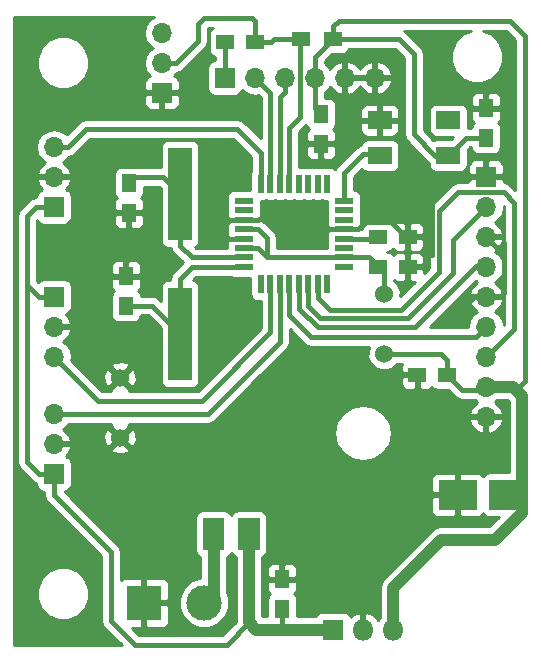
<source format=gbr>
G04 #@! TF.FileFunction,Copper,L1,Top,Signal*
%FSLAX46Y46*%
G04 Gerber Fmt 4.6, Leading zero omitted, Abs format (unit mm)*
G04 Created by KiCad (PCBNEW 4.0.7) date 04/26/18 17:15:38*
%MOMM*%
%LPD*%
G01*
G04 APERTURE LIST*
%ADD10C,0.100000*%
%ADD11R,1.500000X1.250000*%
%ADD12R,1.250000X1.500000*%
%ADD13R,3.000000X3.000000*%
%ADD14C,3.000000*%
%ADD15R,1.700000X1.700000*%
%ADD16O,1.700000X1.700000*%
%ADD17R,1.500000X1.300000*%
%ADD18R,1.600000X0.550000*%
%ADD19R,0.550000X1.600000*%
%ADD20R,2.000000X7.875000*%
%ADD21R,1.800000X1.800000*%
%ADD22O,1.800000X1.800000*%
%ADD23C,1.524000*%
%ADD24R,3.200000X2.500000*%
%ADD25C,1.000000*%
%ADD26C,0.400000*%
%ADD27C,1.000000*%
%ADD28C,0.254000*%
G04 APERTURE END LIST*
D10*
D11*
X37318000Y23622000D03*
X34818000Y23622000D03*
X18562000Y51816000D03*
X21062000Y51816000D03*
D12*
X23368000Y3830000D03*
X23368000Y6330000D03*
D11*
X31516000Y32766000D03*
X34016000Y32766000D03*
X31516000Y35306000D03*
X34016000Y35306000D03*
D12*
X10414000Y37358000D03*
X10414000Y39858000D03*
X10160000Y31984000D03*
X10160000Y29484000D03*
X40640000Y43708000D03*
X40640000Y46208000D03*
X26670000Y45680000D03*
X26670000Y43180000D03*
D10*
G36*
X32644000Y45938000D02*
X32644000Y44438000D01*
X30644000Y44438000D01*
X30644000Y45938000D01*
X32644000Y45938000D01*
X32644000Y45938000D01*
G37*
G36*
X32644000Y42938000D02*
X32644000Y41438000D01*
X30644000Y41438000D01*
X30644000Y42938000D01*
X32644000Y42938000D01*
X32644000Y42938000D01*
G37*
G36*
X38444000Y42938000D02*
X38444000Y41438000D01*
X36444000Y41438000D01*
X36444000Y42938000D01*
X38444000Y42938000D01*
X38444000Y42938000D01*
G37*
G36*
X38444000Y45938000D02*
X38444000Y44438000D01*
X36444000Y44438000D01*
X36444000Y45938000D01*
X38444000Y45938000D01*
X38444000Y45938000D01*
G37*
G36*
X21474000Y11510000D02*
X21474000Y8810000D01*
X19674000Y8810000D01*
X19674000Y11510000D01*
X21474000Y11510000D01*
X21474000Y11510000D01*
G37*
G36*
X18474000Y11510000D02*
X18474000Y8810000D01*
X16674000Y8810000D01*
X16674000Y11510000D01*
X18474000Y11510000D01*
X18474000Y11510000D01*
G37*
D13*
X11684000Y4318000D03*
D14*
X16764000Y4318000D03*
D15*
X4064000Y15240000D03*
D16*
X4064000Y17780000D03*
X4064000Y20320000D03*
D15*
X4064000Y37846000D03*
D16*
X4064000Y40386000D03*
X4064000Y42926000D03*
D15*
X4064000Y30226000D03*
D16*
X4064000Y27686000D03*
X4064000Y25146000D03*
D15*
X40640000Y40386000D03*
D16*
X40640000Y37846000D03*
X40640000Y35306000D03*
X40640000Y32766000D03*
X40640000Y30226000D03*
X40640000Y27686000D03*
X40640000Y25146000D03*
X40640000Y22606000D03*
X40640000Y20066000D03*
D15*
X13208000Y47498000D03*
D16*
X13208000Y50038000D03*
X13208000Y52578000D03*
D17*
X27686000Y52070000D03*
X24986000Y52070000D03*
D18*
X20134000Y38360000D03*
X20134000Y37560000D03*
X20134000Y36760000D03*
X20134000Y35960000D03*
X20134000Y35160000D03*
X20134000Y34360000D03*
X20134000Y33560000D03*
X20134000Y32760000D03*
D19*
X21584000Y31310000D03*
X22384000Y31310000D03*
X23184000Y31310000D03*
X23984000Y31310000D03*
X24784000Y31310000D03*
X25584000Y31310000D03*
X26384000Y31310000D03*
X27184000Y31310000D03*
D18*
X28634000Y32760000D03*
X28634000Y33560000D03*
X28634000Y34360000D03*
X28634000Y35160000D03*
X28634000Y35960000D03*
X28634000Y36760000D03*
X28634000Y37560000D03*
X28634000Y38360000D03*
D19*
X27184000Y39810000D03*
X26384000Y39810000D03*
X25584000Y39810000D03*
X24784000Y39810000D03*
X23984000Y39810000D03*
X23184000Y39810000D03*
X22384000Y39810000D03*
X21584000Y39810000D03*
D15*
X18542000Y48768000D03*
D16*
X21082000Y48768000D03*
X23622000Y48768000D03*
X26162000Y48768000D03*
X28702000Y48768000D03*
X31242000Y48768000D03*
D20*
X14732000Y38957500D03*
X14732000Y27082500D03*
D21*
X27686000Y2032000D03*
D22*
X30226000Y2032000D03*
X32766000Y2032000D03*
D23*
X32004000Y25400000D03*
X32004000Y30480000D03*
D24*
X42536000Y13462000D03*
X38236000Y13462000D03*
D23*
X9652000Y18288000D03*
X9652000Y23368000D03*
D25*
X26924000Y23876000D03*
X37846000Y28448000D03*
D26*
X37444000Y42188000D02*
X38964000Y43708000D01*
X38964000Y43708000D02*
X40640000Y43708000D01*
X37444000Y42188000D02*
X38264710Y43008710D01*
X43942000Y41656000D02*
X43942000Y52324000D01*
X43942000Y52324000D02*
X42672000Y53594000D01*
X42672000Y53594000D02*
X28160000Y53594000D01*
X28160000Y53594000D02*
X27686000Y53120000D01*
X27686000Y53120000D02*
X27686000Y52070000D01*
X42536000Y13462000D02*
X42536000Y13090000D01*
X42536000Y13090000D02*
X43688000Y11938000D01*
D27*
X42926000Y22606000D02*
X40640000Y22606000D01*
D26*
X43180000Y22606000D02*
X42926000Y22606000D01*
D27*
X32766000Y2032000D02*
X32766000Y5588000D01*
X32766000Y5588000D02*
X36830000Y9652000D01*
X36830000Y9652000D02*
X41402000Y9652000D01*
X41402000Y9652000D02*
X43688000Y11938000D01*
X43688000Y11938000D02*
X43688000Y21844000D01*
X43688000Y21844000D02*
X42926000Y22606000D01*
D26*
X43434000Y22606000D02*
X43180000Y22606000D01*
X36830000Y25400000D02*
X37318000Y24912000D01*
X37318000Y24912000D02*
X37318000Y23622000D01*
X32004000Y25400000D02*
X36830000Y25400000D01*
X37318000Y23622000D02*
X38630696Y22309304D01*
X38630696Y22309304D02*
X40343304Y22309304D01*
X40343304Y22309304D02*
X40640000Y22606000D01*
X43942000Y23114000D02*
X43434000Y22606000D01*
X43942000Y41656000D02*
X43942000Y23114000D01*
X26162000Y48768000D02*
X26162000Y46188000D01*
X26162000Y46188000D02*
X26670000Y45680000D01*
X34544000Y50800000D02*
X33274000Y52070000D01*
X33274000Y52070000D02*
X27686000Y52070000D01*
X34544000Y43988000D02*
X34544000Y50800000D01*
X37444000Y42188000D02*
X36344000Y42188000D01*
X36344000Y42188000D02*
X34544000Y43988000D01*
X21334000Y34360000D02*
X22098000Y33596000D01*
X22098000Y33596000D02*
X22134000Y33560000D01*
X20134000Y35960000D02*
X21334000Y35960000D01*
X21334000Y35960000D02*
X22098000Y35196000D01*
X22098000Y35196000D02*
X22098000Y33596000D01*
X20134000Y34360000D02*
X21334000Y34360000D01*
X22134000Y33560000D02*
X27434000Y33560000D01*
X27434000Y33560000D02*
X28634000Y33560000D01*
X28634000Y33560000D02*
X30722000Y33560000D01*
X30722000Y33560000D02*
X31516000Y32766000D01*
X32004000Y30480000D02*
X32004000Y32278000D01*
X32004000Y32278000D02*
X31516000Y32766000D01*
X26162000Y48768000D02*
X26162000Y50546000D01*
X26162000Y50546000D02*
X27686000Y52070000D01*
X40640000Y30226000D02*
X39624000Y30226000D01*
X39624000Y30226000D02*
X37846000Y28448000D01*
X36068000Y39116000D02*
X36068000Y33782000D01*
X37084000Y40132000D02*
X36068000Y39116000D01*
X39136000Y40132000D02*
X37084000Y40132000D01*
X40640000Y40386000D02*
X39390000Y40386000D01*
X39390000Y40386000D02*
X39136000Y40132000D01*
X42164000Y34798000D02*
X41822001Y34456001D01*
X41822001Y34456001D02*
X41489999Y34456001D01*
X41489999Y34456001D02*
X40640000Y35306000D01*
X42164000Y30547919D02*
X42164000Y34798000D01*
X40640000Y30226000D02*
X41842081Y30226000D01*
X41842081Y30226000D02*
X42164000Y30547919D01*
X17526000Y35352000D02*
X17718000Y35160000D01*
X17718000Y35160000D02*
X20134000Y35160000D01*
X20134000Y36760000D02*
X18934000Y36760000D01*
X18934000Y36760000D02*
X17526000Y35352000D01*
X30440999Y36566999D02*
X31750000Y36566999D01*
X31750000Y36566999D02*
X32630001Y36566999D01*
X32024000Y37592000D02*
X32023999Y36566999D01*
X32023999Y36566999D02*
X31750000Y36566999D01*
X33891000Y35306000D02*
X34016000Y35306000D01*
X32630001Y36566999D02*
X33891000Y35306000D01*
X29834000Y35960000D02*
X30440999Y36566999D01*
X28634000Y35960000D02*
X29834000Y35960000D01*
X25400000Y36830000D02*
X26270000Y35960000D01*
X26270000Y35960000D02*
X28634000Y35960000D01*
X21404000Y36830000D02*
X25400000Y36830000D01*
X20134000Y36760000D02*
X21334000Y36760000D01*
X21334000Y36760000D02*
X21404000Y36830000D01*
X18562000Y51816000D02*
X18562000Y48788000D01*
X18562000Y48788000D02*
X18542000Y48768000D01*
X23984000Y39810000D02*
X23984000Y44558000D01*
X24891184Y51975184D02*
X24986000Y52070000D01*
X23984000Y44558000D02*
X24891184Y45465184D01*
X24891184Y45465184D02*
X24891184Y51975184D01*
X20828000Y53848000D02*
X21062000Y53614000D01*
X21062000Y53614000D02*
X21062000Y51816000D01*
X16764000Y53848000D02*
X20828000Y53848000D01*
X16256000Y53340000D02*
X16764000Y53848000D01*
X16256000Y51883919D02*
X16256000Y53340000D01*
X13208000Y50038000D02*
X14410081Y50038000D01*
X14410081Y50038000D02*
X16256000Y51883919D01*
X24986000Y52070000D02*
X22678002Y52070000D01*
X22678002Y52070000D02*
X22424002Y51816000D01*
X21062000Y51816000D02*
X22424002Y51816000D01*
X2814000Y15240000D02*
X1778000Y16276000D01*
X1778000Y16276000D02*
X1778000Y31750000D01*
X4064000Y15240000D02*
X2814000Y15240000D01*
X4064000Y15240000D02*
X4064000Y13462000D01*
X4064000Y13462000D02*
X8890000Y8636000D01*
X1778000Y37084000D02*
X2540000Y37846000D01*
X2540000Y37846000D02*
X4064000Y37846000D01*
X1778000Y31750000D02*
X1778000Y37084000D01*
X8890000Y8636000D02*
X8890000Y2794000D01*
X8890000Y2794000D02*
X10922000Y762000D01*
X10922000Y762000D02*
X18672216Y762000D01*
X18672216Y762000D02*
X20574000Y2663784D01*
D27*
X27686000Y2032000D02*
X23622000Y2032000D01*
X23622000Y2032000D02*
X21205784Y2032000D01*
D26*
X23368000Y3830000D02*
X23368000Y2286000D01*
X23368000Y2286000D02*
X23622000Y2032000D01*
D27*
X21205784Y2032000D02*
X20574000Y2663784D01*
X20574000Y2663784D02*
X20574000Y10160000D01*
D26*
X20574000Y10160000D02*
X20574000Y8710000D01*
X1778000Y31262000D02*
X1778000Y31750000D01*
X4064000Y30226000D02*
X2814000Y30226000D01*
X2814000Y30226000D02*
X1778000Y31262000D01*
X28634000Y35160000D02*
X31370000Y35160000D01*
X31370000Y35160000D02*
X31516000Y35306000D01*
X10648000Y40386000D02*
X13303500Y40386000D01*
X13303500Y40386000D02*
X14732000Y38957500D01*
X15716000Y33560000D02*
X14732000Y34544000D01*
X14732000Y34544000D02*
X14732000Y38957500D01*
X20134000Y33560000D02*
X15716000Y33560000D01*
X10160000Y29484000D02*
X12330500Y29484000D01*
X12330500Y29484000D02*
X14732000Y27082500D01*
X15742000Y32760000D02*
X14732000Y31750000D01*
X14732000Y31750000D02*
X14732000Y27082500D01*
X20134000Y32760000D02*
X15742000Y32760000D01*
X28634000Y38360000D02*
X28634000Y40713335D01*
X28634000Y40713335D02*
X30264954Y42344289D01*
X30264954Y42344289D02*
X31644000Y42344289D01*
X31644000Y42344289D02*
X31644000Y42188000D01*
D27*
X17574000Y10160000D02*
X17574000Y5128000D01*
X17574000Y5128000D02*
X16764000Y4318000D01*
D26*
X21082000Y48768000D02*
X22384000Y47466000D01*
X22384000Y47466000D02*
X22384000Y39810000D01*
X23622000Y48768000D02*
X23622000Y47565919D01*
X23622000Y47565919D02*
X23184000Y47127919D01*
X23184000Y47127919D02*
X23184000Y41010000D01*
X23184000Y41010000D02*
X23184000Y39810000D01*
X4064000Y20320000D02*
X17078443Y20320000D01*
X17078443Y20320000D02*
X23184000Y26425557D01*
X23184000Y26425557D02*
X23184000Y31310000D01*
X19558000Y44450000D02*
X21584000Y42424000D01*
X21584000Y42424000D02*
X21584000Y39810000D01*
X6790081Y44450000D02*
X19558000Y44450000D01*
X4064000Y42926000D02*
X5266081Y42926000D01*
X5266081Y42926000D02*
X6790081Y44450000D01*
X4064000Y25146000D02*
X7788727Y21421273D01*
X7788727Y21421273D02*
X16561928Y21421273D01*
X22384000Y27243345D02*
X22384000Y30110000D01*
X16561928Y21421273D02*
X22384000Y27243345D01*
X22384000Y30110000D02*
X22384000Y31310000D01*
X25584000Y31310000D02*
X25584000Y29447457D01*
X25584000Y29447457D02*
X26622235Y28409222D01*
X39790001Y36996001D02*
X40640000Y37846000D01*
X26622235Y28409222D02*
X33997222Y28409222D01*
X33997222Y28409222D02*
X37846000Y32258000D01*
X37846000Y32258000D02*
X37846000Y35052000D01*
X37846000Y35052000D02*
X39790001Y36996001D01*
X24784000Y31310000D02*
X24784000Y29232768D01*
X24784000Y29232768D02*
X26386165Y27630603D01*
X26386165Y27630603D02*
X34621922Y27630603D01*
X34621922Y27630603D02*
X39812717Y32821398D01*
X39812717Y32821398D02*
X40584602Y32821398D01*
X40584602Y32821398D02*
X40640000Y32766000D01*
X40640000Y27686000D02*
X39805984Y26851984D01*
X39805984Y26851984D02*
X25837501Y26851984D01*
X25837501Y26851984D02*
X23984000Y28705485D01*
X23984000Y30110000D02*
X23984000Y31310000D01*
X23984000Y28705485D02*
X23984000Y30110000D01*
X26384000Y30110000D02*
X26384000Y31310000D01*
X33408514Y29090514D02*
X27403486Y29090514D01*
X36668011Y32350011D02*
X33408514Y29090514D01*
X27403486Y29090514D02*
X26384000Y30110000D01*
X42122832Y39108739D02*
X38288540Y39108739D01*
X43024521Y38207050D02*
X42122832Y39108739D01*
X43024521Y27530521D02*
X43024521Y38207050D01*
X36668011Y37488210D02*
X36668011Y32350011D01*
X40640000Y25146000D02*
X43024521Y27530521D01*
X38288540Y39108739D02*
X36668011Y37488210D01*
D28*
G36*
X12128853Y53628054D02*
X11806946Y53146285D01*
X11693907Y52578000D01*
X11806946Y52009715D01*
X12128853Y51527946D01*
X12458026Y51308000D01*
X12128853Y51088054D01*
X11806946Y50606285D01*
X11693907Y50038000D01*
X11806946Y49469715D01*
X12128853Y48987946D01*
X12172777Y48958597D01*
X11998302Y48886327D01*
X11819673Y48707699D01*
X11723000Y48474310D01*
X11723000Y47783750D01*
X11881750Y47625000D01*
X13081000Y47625000D01*
X13081000Y47645000D01*
X13335000Y47645000D01*
X13335000Y47625000D01*
X14534250Y47625000D01*
X14693000Y47783750D01*
X14693000Y48474310D01*
X14596327Y48707699D01*
X14417698Y48886327D01*
X14243223Y48958597D01*
X14287147Y48987946D01*
X14434023Y49207762D01*
X14729622Y49266561D01*
X15000515Y49447566D01*
X16846434Y51293485D01*
X17027440Y51564379D01*
X17091000Y51883919D01*
X17091000Y52994132D01*
X17109869Y53013000D01*
X17528256Y53013000D01*
X17360559Y52905090D01*
X17215569Y52692890D01*
X17164560Y52441000D01*
X17164560Y51191000D01*
X17208838Y50955683D01*
X17347910Y50739559D01*
X17560110Y50594569D01*
X17727000Y50560773D01*
X17727000Y50265440D01*
X17692000Y50265440D01*
X17456683Y50221162D01*
X17240559Y50082090D01*
X17095569Y49869890D01*
X17044560Y49618000D01*
X17044560Y47918000D01*
X17088838Y47682683D01*
X17227910Y47466559D01*
X17440110Y47321569D01*
X17692000Y47270560D01*
X19392000Y47270560D01*
X19627317Y47314838D01*
X19843441Y47453910D01*
X19988431Y47666110D01*
X20002086Y47733541D01*
X20031946Y47688853D01*
X20513715Y47366946D01*
X21082000Y47253907D01*
X21359939Y47309193D01*
X21549000Y47120132D01*
X21549000Y43639868D01*
X20148434Y45040434D01*
X20061828Y45098302D01*
X19877541Y45221439D01*
X19558000Y45285000D01*
X6790081Y45285000D01*
X6470540Y45221439D01*
X6286253Y45098302D01*
X6199647Y45040434D01*
X5138423Y43979210D01*
X4661378Y44297961D01*
X4093093Y44411000D01*
X4034907Y44411000D01*
X3466622Y44297961D01*
X2984853Y43976054D01*
X2662946Y43494285D01*
X2549907Y42926000D01*
X2662946Y42357715D01*
X2984853Y41875946D01*
X3325553Y41648298D01*
X3182642Y41581183D01*
X2792355Y41152924D01*
X2622524Y40742890D01*
X2743845Y40513000D01*
X3937000Y40513000D01*
X3937000Y40533000D01*
X4191000Y40533000D01*
X4191000Y40513000D01*
X5384155Y40513000D01*
X5505476Y40742890D01*
X5335645Y41152924D01*
X4945358Y41581183D01*
X4802447Y41648298D01*
X5143147Y41875946D01*
X5290023Y42095762D01*
X5585622Y42154561D01*
X5856515Y42335566D01*
X7135949Y43615000D01*
X19212132Y43615000D01*
X20749000Y42078132D01*
X20749000Y40915209D01*
X20712569Y40861890D01*
X20661560Y40610000D01*
X20661560Y39282440D01*
X19334000Y39282440D01*
X19098683Y39238162D01*
X18882559Y39099090D01*
X18737569Y38886890D01*
X18686560Y38635000D01*
X18686560Y38085000D01*
X18710944Y37955411D01*
X18686560Y37835000D01*
X18686560Y37285000D01*
X18706450Y37179295D01*
X18699000Y37161310D01*
X18699000Y37045750D01*
X18795401Y36949349D01*
X18869910Y36833559D01*
X18977397Y36760116D01*
X18882559Y36699090D01*
X18793505Y36568755D01*
X18699000Y36474250D01*
X18699000Y36358690D01*
X18707468Y36338247D01*
X18686560Y36235000D01*
X18686560Y35685000D01*
X18706450Y35579295D01*
X18699000Y35561310D01*
X18699000Y35445750D01*
X18795401Y35349349D01*
X18869910Y35233559D01*
X18977397Y35160116D01*
X18882559Y35099090D01*
X18793505Y34968755D01*
X18699000Y34874250D01*
X18699000Y34758690D01*
X18707468Y34738247D01*
X18686560Y34635000D01*
X18686560Y34395000D01*
X16061868Y34395000D01*
X16011560Y34445308D01*
X16183441Y34555910D01*
X16328431Y34768110D01*
X16379440Y35020000D01*
X16379440Y42895000D01*
X16335162Y43130317D01*
X16196090Y43346441D01*
X15983890Y43491431D01*
X15732000Y43542440D01*
X13732000Y43542440D01*
X13496683Y43498162D01*
X13280559Y43359090D01*
X13135569Y43146890D01*
X13084560Y42895000D01*
X13084560Y41221000D01*
X11209070Y41221000D01*
X11039000Y41255440D01*
X9789000Y41255440D01*
X9553683Y41211162D01*
X9337559Y41072090D01*
X9192569Y40859890D01*
X9141560Y40608000D01*
X9141560Y39108000D01*
X9185838Y38872683D01*
X9324910Y38656559D01*
X9393006Y38610031D01*
X9250673Y38467698D01*
X9154000Y38234309D01*
X9154000Y37643750D01*
X9312750Y37485000D01*
X10287000Y37485000D01*
X10287000Y37505000D01*
X10541000Y37505000D01*
X10541000Y37485000D01*
X11515250Y37485000D01*
X11674000Y37643750D01*
X11674000Y38234309D01*
X11577327Y38467698D01*
X11436090Y38608936D01*
X11490441Y38643910D01*
X11635431Y38856110D01*
X11686440Y39108000D01*
X11686440Y39551000D01*
X12957632Y39551000D01*
X13084560Y39424072D01*
X13084560Y35020000D01*
X13128838Y34784683D01*
X13267910Y34568559D01*
X13480110Y34423569D01*
X13732000Y34372560D01*
X13931102Y34372560D01*
X13960561Y34224459D01*
X14079804Y34046000D01*
X14141566Y33953566D01*
X14948132Y33147000D01*
X14141566Y32340434D01*
X13960561Y32069541D01*
X13897000Y31750000D01*
X13897000Y31667440D01*
X13732000Y31667440D01*
X13496683Y31623162D01*
X13280559Y31484090D01*
X13135569Y31271890D01*
X13084560Y31020000D01*
X13084560Y29910808D01*
X12920934Y30074434D01*
X12867706Y30110000D01*
X12650041Y30255439D01*
X12330500Y30319000D01*
X11416446Y30319000D01*
X11388162Y30469317D01*
X11249090Y30685441D01*
X11180994Y30731969D01*
X11323327Y30874302D01*
X11420000Y31107691D01*
X11420000Y31698250D01*
X11261250Y31857000D01*
X10287000Y31857000D01*
X10287000Y31837000D01*
X10033000Y31837000D01*
X10033000Y31857000D01*
X9058750Y31857000D01*
X8900000Y31698250D01*
X8900000Y31107691D01*
X8996673Y30874302D01*
X9137910Y30733064D01*
X9083559Y30698090D01*
X8938569Y30485890D01*
X8887560Y30234000D01*
X8887560Y28734000D01*
X8931838Y28498683D01*
X9070910Y28282559D01*
X9283110Y28137569D01*
X9535000Y28086560D01*
X10785000Y28086560D01*
X11020317Y28130838D01*
X11236441Y28269910D01*
X11381431Y28482110D01*
X11415227Y28649000D01*
X11984632Y28649000D01*
X13084560Y27549072D01*
X13084560Y23145000D01*
X13128838Y22909683D01*
X13267910Y22693559D01*
X13480110Y22548569D01*
X13732000Y22497560D01*
X15732000Y22497560D01*
X15967317Y22541838D01*
X16183441Y22680910D01*
X16328431Y22893110D01*
X16379440Y23145000D01*
X16379440Y31020000D01*
X16335162Y31255317D01*
X16196090Y31471441D01*
X15983890Y31616431D01*
X15813753Y31650885D01*
X16087868Y31925000D01*
X19028791Y31925000D01*
X19082110Y31888569D01*
X19334000Y31837560D01*
X20661560Y31837560D01*
X20661560Y30510000D01*
X20705838Y30274683D01*
X20844910Y30058559D01*
X21057110Y29913569D01*
X21309000Y29862560D01*
X21549000Y29862560D01*
X21549000Y27589213D01*
X16216060Y22256273D01*
X10414886Y22256273D01*
X10452608Y22387787D01*
X9652000Y23188395D01*
X8851392Y22387787D01*
X8889114Y22256273D01*
X8134595Y22256273D01*
X6815170Y23575698D01*
X8242856Y23575698D01*
X8270638Y23020632D01*
X8429603Y22636857D01*
X8671787Y22567392D01*
X9472395Y23368000D01*
X9831605Y23368000D01*
X10632213Y22567392D01*
X10874397Y22636857D01*
X11061144Y23160302D01*
X11033362Y23715368D01*
X10874397Y24099143D01*
X10632213Y24168608D01*
X9831605Y23368000D01*
X9472395Y23368000D01*
X8671787Y24168608D01*
X8429603Y24099143D01*
X8242856Y23575698D01*
X6815170Y23575698D01*
X6042655Y24348213D01*
X8851392Y24348213D01*
X9652000Y23547605D01*
X10452608Y24348213D01*
X10383143Y24590397D01*
X9859698Y24777144D01*
X9304632Y24749362D01*
X8920857Y24590397D01*
X8851392Y24348213D01*
X6042655Y24348213D01*
X5522807Y24868061D01*
X5578093Y25146000D01*
X5465054Y25714285D01*
X5143147Y26196054D01*
X4802447Y26423702D01*
X4945358Y26490817D01*
X5335645Y26919076D01*
X5505476Y27329110D01*
X5384155Y27559000D01*
X4191000Y27559000D01*
X4191000Y27539000D01*
X3937000Y27539000D01*
X3937000Y27559000D01*
X3917000Y27559000D01*
X3917000Y27813000D01*
X3937000Y27813000D01*
X3937000Y27833000D01*
X4191000Y27833000D01*
X4191000Y27813000D01*
X5384155Y27813000D01*
X5505476Y28042890D01*
X5335645Y28452924D01*
X5059499Y28755937D01*
X5149317Y28772838D01*
X5365441Y28911910D01*
X5510431Y29124110D01*
X5561440Y29376000D01*
X5561440Y31076000D01*
X5517162Y31311317D01*
X5378090Y31527441D01*
X5165890Y31672431D01*
X4914000Y31723440D01*
X3214000Y31723440D01*
X2978683Y31679162D01*
X2762559Y31540090D01*
X2729363Y31491505D01*
X2613000Y31607868D01*
X2613000Y32860309D01*
X8900000Y32860309D01*
X8900000Y32269750D01*
X9058750Y32111000D01*
X10033000Y32111000D01*
X10033000Y33210250D01*
X10287000Y33210250D01*
X10287000Y32111000D01*
X11261250Y32111000D01*
X11420000Y32269750D01*
X11420000Y32860309D01*
X11323327Y33093698D01*
X11144699Y33272327D01*
X10911310Y33369000D01*
X10445750Y33369000D01*
X10287000Y33210250D01*
X10033000Y33210250D01*
X9874250Y33369000D01*
X9408690Y33369000D01*
X9175301Y33272327D01*
X8996673Y33093698D01*
X8900000Y32860309D01*
X2613000Y32860309D01*
X2613000Y36738132D01*
X2620514Y36745646D01*
X2749910Y36544559D01*
X2962110Y36399569D01*
X3214000Y36348560D01*
X4914000Y36348560D01*
X5149317Y36392838D01*
X5365441Y36531910D01*
X5510431Y36744110D01*
X5561440Y36996000D01*
X5561440Y37072250D01*
X9154000Y37072250D01*
X9154000Y36481691D01*
X9250673Y36248302D01*
X9429301Y36069673D01*
X9662690Y35973000D01*
X10128250Y35973000D01*
X10287000Y36131750D01*
X10287000Y37231000D01*
X10541000Y37231000D01*
X10541000Y36131750D01*
X10699750Y35973000D01*
X11165310Y35973000D01*
X11398699Y36069673D01*
X11577327Y36248302D01*
X11674000Y36481691D01*
X11674000Y37072250D01*
X11515250Y37231000D01*
X10541000Y37231000D01*
X10287000Y37231000D01*
X9312750Y37231000D01*
X9154000Y37072250D01*
X5561440Y37072250D01*
X5561440Y38696000D01*
X5517162Y38931317D01*
X5378090Y39147441D01*
X5165890Y39292431D01*
X5057893Y39314301D01*
X5335645Y39619076D01*
X5505476Y40029110D01*
X5384155Y40259000D01*
X4191000Y40259000D01*
X4191000Y40239000D01*
X3937000Y40239000D01*
X3937000Y40259000D01*
X2743845Y40259000D01*
X2622524Y40029110D01*
X2792355Y39619076D01*
X3068501Y39316063D01*
X2978683Y39299162D01*
X2762559Y39160090D01*
X2617569Y38947890D01*
X2566560Y38696000D01*
X2566560Y38681000D01*
X2540000Y38681000D01*
X2220460Y38617440D01*
X1949566Y38436434D01*
X1187566Y37674434D01*
X1006561Y37403541D01*
X943000Y37084000D01*
X943000Y16276000D01*
X1006561Y15956459D01*
X1187566Y15685566D01*
X2223566Y14649566D01*
X2494459Y14468561D01*
X2566560Y14454219D01*
X2566560Y14390000D01*
X2610838Y14154683D01*
X2749910Y13938559D01*
X2962110Y13793569D01*
X3214000Y13742560D01*
X3229000Y13742560D01*
X3229000Y13462000D01*
X3292561Y13142459D01*
X3396701Y12986603D01*
X3473566Y12871566D01*
X8055000Y8290132D01*
X8055000Y2794000D01*
X8118561Y2474459D01*
X8248713Y2279673D01*
X8299566Y2203566D01*
X9793132Y710000D01*
X710000Y710000D01*
X710000Y4637381D01*
X2590613Y4637381D01*
X2930155Y3815628D01*
X3558321Y3186364D01*
X4379481Y2845389D01*
X5268619Y2844613D01*
X6090372Y3184155D01*
X6719636Y3812321D01*
X7060611Y4633481D01*
X7061387Y5522619D01*
X6721845Y6344372D01*
X6093679Y6973636D01*
X5272519Y7314611D01*
X4383381Y7315387D01*
X3561628Y6975845D01*
X2932364Y6347679D01*
X2591389Y5526519D01*
X2590613Y4637381D01*
X710000Y4637381D01*
X710000Y47212250D01*
X11723000Y47212250D01*
X11723000Y46521690D01*
X11819673Y46288301D01*
X11998302Y46109673D01*
X12231691Y46013000D01*
X12922250Y46013000D01*
X13081000Y46171750D01*
X13081000Y47371000D01*
X13335000Y47371000D01*
X13335000Y46171750D01*
X13493750Y46013000D01*
X14184309Y46013000D01*
X14417698Y46109673D01*
X14596327Y46288301D01*
X14693000Y46521690D01*
X14693000Y47212250D01*
X14534250Y47371000D01*
X13335000Y47371000D01*
X13081000Y47371000D01*
X11881750Y47371000D01*
X11723000Y47212250D01*
X710000Y47212250D01*
X710000Y49595381D01*
X2590613Y49595381D01*
X2930155Y48773628D01*
X3558321Y48144364D01*
X4379481Y47803389D01*
X5268619Y47802613D01*
X6090372Y48142155D01*
X6719636Y48770321D01*
X7060611Y49591481D01*
X7061387Y50480619D01*
X6721845Y51302372D01*
X6093679Y51931636D01*
X5272519Y52272611D01*
X4383381Y52273387D01*
X3561628Y51933845D01*
X2932364Y51305679D01*
X2591389Y50484519D01*
X2590613Y49595381D01*
X710000Y49595381D01*
X710000Y53900000D01*
X12535850Y53900000D01*
X12128853Y53628054D01*
X12128853Y53628054D01*
G37*
X12128853Y53628054D02*
X11806946Y53146285D01*
X11693907Y52578000D01*
X11806946Y52009715D01*
X12128853Y51527946D01*
X12458026Y51308000D01*
X12128853Y51088054D01*
X11806946Y50606285D01*
X11693907Y50038000D01*
X11806946Y49469715D01*
X12128853Y48987946D01*
X12172777Y48958597D01*
X11998302Y48886327D01*
X11819673Y48707699D01*
X11723000Y48474310D01*
X11723000Y47783750D01*
X11881750Y47625000D01*
X13081000Y47625000D01*
X13081000Y47645000D01*
X13335000Y47645000D01*
X13335000Y47625000D01*
X14534250Y47625000D01*
X14693000Y47783750D01*
X14693000Y48474310D01*
X14596327Y48707699D01*
X14417698Y48886327D01*
X14243223Y48958597D01*
X14287147Y48987946D01*
X14434023Y49207762D01*
X14729622Y49266561D01*
X15000515Y49447566D01*
X16846434Y51293485D01*
X17027440Y51564379D01*
X17091000Y51883919D01*
X17091000Y52994132D01*
X17109869Y53013000D01*
X17528256Y53013000D01*
X17360559Y52905090D01*
X17215569Y52692890D01*
X17164560Y52441000D01*
X17164560Y51191000D01*
X17208838Y50955683D01*
X17347910Y50739559D01*
X17560110Y50594569D01*
X17727000Y50560773D01*
X17727000Y50265440D01*
X17692000Y50265440D01*
X17456683Y50221162D01*
X17240559Y50082090D01*
X17095569Y49869890D01*
X17044560Y49618000D01*
X17044560Y47918000D01*
X17088838Y47682683D01*
X17227910Y47466559D01*
X17440110Y47321569D01*
X17692000Y47270560D01*
X19392000Y47270560D01*
X19627317Y47314838D01*
X19843441Y47453910D01*
X19988431Y47666110D01*
X20002086Y47733541D01*
X20031946Y47688853D01*
X20513715Y47366946D01*
X21082000Y47253907D01*
X21359939Y47309193D01*
X21549000Y47120132D01*
X21549000Y43639868D01*
X20148434Y45040434D01*
X20061828Y45098302D01*
X19877541Y45221439D01*
X19558000Y45285000D01*
X6790081Y45285000D01*
X6470540Y45221439D01*
X6286253Y45098302D01*
X6199647Y45040434D01*
X5138423Y43979210D01*
X4661378Y44297961D01*
X4093093Y44411000D01*
X4034907Y44411000D01*
X3466622Y44297961D01*
X2984853Y43976054D01*
X2662946Y43494285D01*
X2549907Y42926000D01*
X2662946Y42357715D01*
X2984853Y41875946D01*
X3325553Y41648298D01*
X3182642Y41581183D01*
X2792355Y41152924D01*
X2622524Y40742890D01*
X2743845Y40513000D01*
X3937000Y40513000D01*
X3937000Y40533000D01*
X4191000Y40533000D01*
X4191000Y40513000D01*
X5384155Y40513000D01*
X5505476Y40742890D01*
X5335645Y41152924D01*
X4945358Y41581183D01*
X4802447Y41648298D01*
X5143147Y41875946D01*
X5290023Y42095762D01*
X5585622Y42154561D01*
X5856515Y42335566D01*
X7135949Y43615000D01*
X19212132Y43615000D01*
X20749000Y42078132D01*
X20749000Y40915209D01*
X20712569Y40861890D01*
X20661560Y40610000D01*
X20661560Y39282440D01*
X19334000Y39282440D01*
X19098683Y39238162D01*
X18882559Y39099090D01*
X18737569Y38886890D01*
X18686560Y38635000D01*
X18686560Y38085000D01*
X18710944Y37955411D01*
X18686560Y37835000D01*
X18686560Y37285000D01*
X18706450Y37179295D01*
X18699000Y37161310D01*
X18699000Y37045750D01*
X18795401Y36949349D01*
X18869910Y36833559D01*
X18977397Y36760116D01*
X18882559Y36699090D01*
X18793505Y36568755D01*
X18699000Y36474250D01*
X18699000Y36358690D01*
X18707468Y36338247D01*
X18686560Y36235000D01*
X18686560Y35685000D01*
X18706450Y35579295D01*
X18699000Y35561310D01*
X18699000Y35445750D01*
X18795401Y35349349D01*
X18869910Y35233559D01*
X18977397Y35160116D01*
X18882559Y35099090D01*
X18793505Y34968755D01*
X18699000Y34874250D01*
X18699000Y34758690D01*
X18707468Y34738247D01*
X18686560Y34635000D01*
X18686560Y34395000D01*
X16061868Y34395000D01*
X16011560Y34445308D01*
X16183441Y34555910D01*
X16328431Y34768110D01*
X16379440Y35020000D01*
X16379440Y42895000D01*
X16335162Y43130317D01*
X16196090Y43346441D01*
X15983890Y43491431D01*
X15732000Y43542440D01*
X13732000Y43542440D01*
X13496683Y43498162D01*
X13280559Y43359090D01*
X13135569Y43146890D01*
X13084560Y42895000D01*
X13084560Y41221000D01*
X11209070Y41221000D01*
X11039000Y41255440D01*
X9789000Y41255440D01*
X9553683Y41211162D01*
X9337559Y41072090D01*
X9192569Y40859890D01*
X9141560Y40608000D01*
X9141560Y39108000D01*
X9185838Y38872683D01*
X9324910Y38656559D01*
X9393006Y38610031D01*
X9250673Y38467698D01*
X9154000Y38234309D01*
X9154000Y37643750D01*
X9312750Y37485000D01*
X10287000Y37485000D01*
X10287000Y37505000D01*
X10541000Y37505000D01*
X10541000Y37485000D01*
X11515250Y37485000D01*
X11674000Y37643750D01*
X11674000Y38234309D01*
X11577327Y38467698D01*
X11436090Y38608936D01*
X11490441Y38643910D01*
X11635431Y38856110D01*
X11686440Y39108000D01*
X11686440Y39551000D01*
X12957632Y39551000D01*
X13084560Y39424072D01*
X13084560Y35020000D01*
X13128838Y34784683D01*
X13267910Y34568559D01*
X13480110Y34423569D01*
X13732000Y34372560D01*
X13931102Y34372560D01*
X13960561Y34224459D01*
X14079804Y34046000D01*
X14141566Y33953566D01*
X14948132Y33147000D01*
X14141566Y32340434D01*
X13960561Y32069541D01*
X13897000Y31750000D01*
X13897000Y31667440D01*
X13732000Y31667440D01*
X13496683Y31623162D01*
X13280559Y31484090D01*
X13135569Y31271890D01*
X13084560Y31020000D01*
X13084560Y29910808D01*
X12920934Y30074434D01*
X12867706Y30110000D01*
X12650041Y30255439D01*
X12330500Y30319000D01*
X11416446Y30319000D01*
X11388162Y30469317D01*
X11249090Y30685441D01*
X11180994Y30731969D01*
X11323327Y30874302D01*
X11420000Y31107691D01*
X11420000Y31698250D01*
X11261250Y31857000D01*
X10287000Y31857000D01*
X10287000Y31837000D01*
X10033000Y31837000D01*
X10033000Y31857000D01*
X9058750Y31857000D01*
X8900000Y31698250D01*
X8900000Y31107691D01*
X8996673Y30874302D01*
X9137910Y30733064D01*
X9083559Y30698090D01*
X8938569Y30485890D01*
X8887560Y30234000D01*
X8887560Y28734000D01*
X8931838Y28498683D01*
X9070910Y28282559D01*
X9283110Y28137569D01*
X9535000Y28086560D01*
X10785000Y28086560D01*
X11020317Y28130838D01*
X11236441Y28269910D01*
X11381431Y28482110D01*
X11415227Y28649000D01*
X11984632Y28649000D01*
X13084560Y27549072D01*
X13084560Y23145000D01*
X13128838Y22909683D01*
X13267910Y22693559D01*
X13480110Y22548569D01*
X13732000Y22497560D01*
X15732000Y22497560D01*
X15967317Y22541838D01*
X16183441Y22680910D01*
X16328431Y22893110D01*
X16379440Y23145000D01*
X16379440Y31020000D01*
X16335162Y31255317D01*
X16196090Y31471441D01*
X15983890Y31616431D01*
X15813753Y31650885D01*
X16087868Y31925000D01*
X19028791Y31925000D01*
X19082110Y31888569D01*
X19334000Y31837560D01*
X20661560Y31837560D01*
X20661560Y30510000D01*
X20705838Y30274683D01*
X20844910Y30058559D01*
X21057110Y29913569D01*
X21309000Y29862560D01*
X21549000Y29862560D01*
X21549000Y27589213D01*
X16216060Y22256273D01*
X10414886Y22256273D01*
X10452608Y22387787D01*
X9652000Y23188395D01*
X8851392Y22387787D01*
X8889114Y22256273D01*
X8134595Y22256273D01*
X6815170Y23575698D01*
X8242856Y23575698D01*
X8270638Y23020632D01*
X8429603Y22636857D01*
X8671787Y22567392D01*
X9472395Y23368000D01*
X9831605Y23368000D01*
X10632213Y22567392D01*
X10874397Y22636857D01*
X11061144Y23160302D01*
X11033362Y23715368D01*
X10874397Y24099143D01*
X10632213Y24168608D01*
X9831605Y23368000D01*
X9472395Y23368000D01*
X8671787Y24168608D01*
X8429603Y24099143D01*
X8242856Y23575698D01*
X6815170Y23575698D01*
X6042655Y24348213D01*
X8851392Y24348213D01*
X9652000Y23547605D01*
X10452608Y24348213D01*
X10383143Y24590397D01*
X9859698Y24777144D01*
X9304632Y24749362D01*
X8920857Y24590397D01*
X8851392Y24348213D01*
X6042655Y24348213D01*
X5522807Y24868061D01*
X5578093Y25146000D01*
X5465054Y25714285D01*
X5143147Y26196054D01*
X4802447Y26423702D01*
X4945358Y26490817D01*
X5335645Y26919076D01*
X5505476Y27329110D01*
X5384155Y27559000D01*
X4191000Y27559000D01*
X4191000Y27539000D01*
X3937000Y27539000D01*
X3937000Y27559000D01*
X3917000Y27559000D01*
X3917000Y27813000D01*
X3937000Y27813000D01*
X3937000Y27833000D01*
X4191000Y27833000D01*
X4191000Y27813000D01*
X5384155Y27813000D01*
X5505476Y28042890D01*
X5335645Y28452924D01*
X5059499Y28755937D01*
X5149317Y28772838D01*
X5365441Y28911910D01*
X5510431Y29124110D01*
X5561440Y29376000D01*
X5561440Y31076000D01*
X5517162Y31311317D01*
X5378090Y31527441D01*
X5165890Y31672431D01*
X4914000Y31723440D01*
X3214000Y31723440D01*
X2978683Y31679162D01*
X2762559Y31540090D01*
X2729363Y31491505D01*
X2613000Y31607868D01*
X2613000Y32860309D01*
X8900000Y32860309D01*
X8900000Y32269750D01*
X9058750Y32111000D01*
X10033000Y32111000D01*
X10033000Y33210250D01*
X10287000Y33210250D01*
X10287000Y32111000D01*
X11261250Y32111000D01*
X11420000Y32269750D01*
X11420000Y32860309D01*
X11323327Y33093698D01*
X11144699Y33272327D01*
X10911310Y33369000D01*
X10445750Y33369000D01*
X10287000Y33210250D01*
X10033000Y33210250D01*
X9874250Y33369000D01*
X9408690Y33369000D01*
X9175301Y33272327D01*
X8996673Y33093698D01*
X8900000Y32860309D01*
X2613000Y32860309D01*
X2613000Y36738132D01*
X2620514Y36745646D01*
X2749910Y36544559D01*
X2962110Y36399569D01*
X3214000Y36348560D01*
X4914000Y36348560D01*
X5149317Y36392838D01*
X5365441Y36531910D01*
X5510431Y36744110D01*
X5561440Y36996000D01*
X5561440Y37072250D01*
X9154000Y37072250D01*
X9154000Y36481691D01*
X9250673Y36248302D01*
X9429301Y36069673D01*
X9662690Y35973000D01*
X10128250Y35973000D01*
X10287000Y36131750D01*
X10287000Y37231000D01*
X10541000Y37231000D01*
X10541000Y36131750D01*
X10699750Y35973000D01*
X11165310Y35973000D01*
X11398699Y36069673D01*
X11577327Y36248302D01*
X11674000Y36481691D01*
X11674000Y37072250D01*
X11515250Y37231000D01*
X10541000Y37231000D01*
X10287000Y37231000D01*
X9312750Y37231000D01*
X9154000Y37072250D01*
X5561440Y37072250D01*
X5561440Y38696000D01*
X5517162Y38931317D01*
X5378090Y39147441D01*
X5165890Y39292431D01*
X5057893Y39314301D01*
X5335645Y39619076D01*
X5505476Y40029110D01*
X5384155Y40259000D01*
X4191000Y40259000D01*
X4191000Y40239000D01*
X3937000Y40239000D01*
X3937000Y40259000D01*
X2743845Y40259000D01*
X2622524Y40029110D01*
X2792355Y39619076D01*
X3068501Y39316063D01*
X2978683Y39299162D01*
X2762559Y39160090D01*
X2617569Y38947890D01*
X2566560Y38696000D01*
X2566560Y38681000D01*
X2540000Y38681000D01*
X2220460Y38617440D01*
X1949566Y38436434D01*
X1187566Y37674434D01*
X1006561Y37403541D01*
X943000Y37084000D01*
X943000Y16276000D01*
X1006561Y15956459D01*
X1187566Y15685566D01*
X2223566Y14649566D01*
X2494459Y14468561D01*
X2566560Y14454219D01*
X2566560Y14390000D01*
X2610838Y14154683D01*
X2749910Y13938559D01*
X2962110Y13793569D01*
X3214000Y13742560D01*
X3229000Y13742560D01*
X3229000Y13462000D01*
X3292561Y13142459D01*
X3396701Y12986603D01*
X3473566Y12871566D01*
X8055000Y8290132D01*
X8055000Y2794000D01*
X8118561Y2474459D01*
X8248713Y2279673D01*
X8299566Y2203566D01*
X9793132Y710000D01*
X710000Y710000D01*
X710000Y4637381D01*
X2590613Y4637381D01*
X2930155Y3815628D01*
X3558321Y3186364D01*
X4379481Y2845389D01*
X5268619Y2844613D01*
X6090372Y3184155D01*
X6719636Y3812321D01*
X7060611Y4633481D01*
X7061387Y5522619D01*
X6721845Y6344372D01*
X6093679Y6973636D01*
X5272519Y7314611D01*
X4383381Y7315387D01*
X3561628Y6975845D01*
X2932364Y6347679D01*
X2591389Y5526519D01*
X2590613Y4637381D01*
X710000Y4637381D01*
X710000Y47212250D01*
X11723000Y47212250D01*
X11723000Y46521690D01*
X11819673Y46288301D01*
X11998302Y46109673D01*
X12231691Y46013000D01*
X12922250Y46013000D01*
X13081000Y46171750D01*
X13081000Y47371000D01*
X13335000Y47371000D01*
X13335000Y46171750D01*
X13493750Y46013000D01*
X14184309Y46013000D01*
X14417698Y46109673D01*
X14596327Y46288301D01*
X14693000Y46521690D01*
X14693000Y47212250D01*
X14534250Y47371000D01*
X13335000Y47371000D01*
X13081000Y47371000D01*
X11881750Y47371000D01*
X11723000Y47212250D01*
X710000Y47212250D01*
X710000Y49595381D01*
X2590613Y49595381D01*
X2930155Y48773628D01*
X3558321Y48144364D01*
X4379481Y47803389D01*
X5268619Y47802613D01*
X6090372Y48142155D01*
X6719636Y48770321D01*
X7060611Y49591481D01*
X7061387Y50480619D01*
X6721845Y51302372D01*
X6093679Y51931636D01*
X5272519Y52272611D01*
X4383381Y52273387D01*
X3561628Y51933845D01*
X2932364Y51305679D01*
X2591389Y50484519D01*
X2590613Y49595381D01*
X710000Y49595381D01*
X710000Y53900000D01*
X12535850Y53900000D01*
X12128853Y53628054D01*
G36*
X25247067Y26261550D02*
X25517960Y26080545D01*
X25837501Y26016984D01*
X30747544Y26016984D01*
X30607243Y25679100D01*
X30606758Y25123339D01*
X30818990Y24609697D01*
X31211630Y24216371D01*
X31724900Y24003243D01*
X32280661Y24002758D01*
X32794303Y24214990D01*
X33144925Y24565000D01*
X33512401Y24565000D01*
X33433000Y24373310D01*
X33433000Y23907750D01*
X33591750Y23749000D01*
X34691000Y23749000D01*
X34691000Y23769000D01*
X34945000Y23769000D01*
X34945000Y23749000D01*
X34965000Y23749000D01*
X34965000Y23495000D01*
X34945000Y23495000D01*
X34945000Y22520750D01*
X35103750Y22362000D01*
X35694309Y22362000D01*
X35927698Y22458673D01*
X36068936Y22599910D01*
X36103910Y22545559D01*
X36316110Y22400569D01*
X36568000Y22349560D01*
X37409571Y22349560D01*
X38040261Y21718870D01*
X38175708Y21628368D01*
X38311155Y21537865D01*
X38630696Y21474304D01*
X39683039Y21474304D01*
X39901553Y21328298D01*
X39758642Y21261183D01*
X39368355Y20832924D01*
X39198524Y20422890D01*
X39319845Y20193000D01*
X40513000Y20193000D01*
X40513000Y20213000D01*
X40767000Y20213000D01*
X40767000Y20193000D01*
X41960155Y20193000D01*
X42081476Y20422890D01*
X41911645Y20832924D01*
X41521358Y21261183D01*
X41378447Y21328298D01*
X41592016Y21471000D01*
X42455868Y21471000D01*
X42553000Y21373868D01*
X42553000Y15359440D01*
X40936000Y15359440D01*
X40700683Y15315162D01*
X40484559Y15176090D01*
X40389010Y15036250D01*
X40374327Y15071699D01*
X40195698Y15250327D01*
X39962309Y15347000D01*
X38521750Y15347000D01*
X38363000Y15188250D01*
X38363000Y13589000D01*
X38383000Y13589000D01*
X38383000Y13335000D01*
X38363000Y13335000D01*
X38363000Y11735750D01*
X38521750Y11577000D01*
X39962309Y11577000D01*
X40195698Y11673673D01*
X40374327Y11852301D01*
X40389423Y11888747D01*
X40471910Y11760559D01*
X40684110Y11615569D01*
X40936000Y11564560D01*
X41709428Y11564560D01*
X40931868Y10787000D01*
X36830000Y10787000D01*
X36395654Y10700603D01*
X36064812Y10479541D01*
X36027434Y10454566D01*
X31963434Y6390566D01*
X31717397Y6022346D01*
X31631000Y5588000D01*
X31631000Y3088197D01*
X31491499Y2879418D01*
X31133576Y3269966D01*
X30590742Y3523046D01*
X30353000Y3402997D01*
X30353000Y2159000D01*
X30373000Y2159000D01*
X30373000Y1905000D01*
X30353000Y1905000D01*
X30353000Y1885000D01*
X30099000Y1885000D01*
X30099000Y1905000D01*
X30079000Y1905000D01*
X30079000Y2159000D01*
X30099000Y2159000D01*
X30099000Y3402997D01*
X29861258Y3523046D01*
X29318424Y3269966D01*
X29195156Y3135462D01*
X29189162Y3167317D01*
X29050090Y3383441D01*
X28837890Y3528431D01*
X28586000Y3579440D01*
X26786000Y3579440D01*
X26550683Y3535162D01*
X26334559Y3396090D01*
X26189569Y3183890D01*
X26186149Y3167000D01*
X24640440Y3167000D01*
X24640440Y4580000D01*
X24596162Y4815317D01*
X24457090Y5031441D01*
X24388994Y5077969D01*
X24531327Y5220302D01*
X24628000Y5453691D01*
X24628000Y6044250D01*
X24469250Y6203000D01*
X23495000Y6203000D01*
X23495000Y6183000D01*
X23241000Y6183000D01*
X23241000Y6203000D01*
X22266750Y6203000D01*
X22108000Y6044250D01*
X22108000Y5453691D01*
X22204673Y5220302D01*
X22345910Y5079064D01*
X22291559Y5044090D01*
X22146569Y4831890D01*
X22095560Y4580000D01*
X22095560Y3167000D01*
X21709000Y3167000D01*
X21709000Y7206309D01*
X22108000Y7206309D01*
X22108000Y6615750D01*
X22266750Y6457000D01*
X23241000Y6457000D01*
X23241000Y7556250D01*
X23495000Y7556250D01*
X23495000Y6457000D01*
X24469250Y6457000D01*
X24628000Y6615750D01*
X24628000Y7206309D01*
X24531327Y7439698D01*
X24352699Y7618327D01*
X24119310Y7715000D01*
X23653750Y7715000D01*
X23495000Y7556250D01*
X23241000Y7556250D01*
X23082250Y7715000D01*
X22616690Y7715000D01*
X22383301Y7618327D01*
X22204673Y7439698D01*
X22108000Y7206309D01*
X21709000Y7206309D01*
X21709000Y8206778D01*
X21709317Y8206838D01*
X21925441Y8345910D01*
X22070431Y8558110D01*
X22121440Y8810000D01*
X22121440Y11510000D01*
X22077162Y11745317D01*
X21938090Y11961441D01*
X21725890Y12106431D01*
X21474000Y12157440D01*
X19674000Y12157440D01*
X19438683Y12113162D01*
X19222559Y11974090D01*
X19077569Y11761890D01*
X19074919Y11748803D01*
X18938090Y11961441D01*
X18725890Y12106431D01*
X18474000Y12157440D01*
X16674000Y12157440D01*
X16438683Y12113162D01*
X16222559Y11974090D01*
X16077569Y11761890D01*
X16026560Y11510000D01*
X16026560Y8810000D01*
X16070838Y8574683D01*
X16209910Y8358559D01*
X16422110Y8213569D01*
X16439000Y8210149D01*
X16439000Y6453285D01*
X16341185Y6453370D01*
X15556200Y6129020D01*
X14955091Y5528959D01*
X14629372Y4744541D01*
X14628630Y3895185D01*
X14952980Y3110200D01*
X15553041Y2509091D01*
X16337459Y2183372D01*
X17186815Y2182630D01*
X17971800Y2506980D01*
X18572909Y3107041D01*
X18898628Y3891459D01*
X18899370Y4740815D01*
X18709000Y5201544D01*
X18709000Y8206778D01*
X18709317Y8206838D01*
X18925441Y8345910D01*
X19070431Y8558110D01*
X19073081Y8571197D01*
X19209910Y8358559D01*
X19422110Y8213569D01*
X19439000Y8210149D01*
X19439000Y2709652D01*
X18326348Y1597000D01*
X11267868Y1597000D01*
X10681868Y2183000D01*
X11398250Y2183000D01*
X11557000Y2341750D01*
X11557000Y4191000D01*
X11811000Y4191000D01*
X11811000Y2341750D01*
X11969750Y2183000D01*
X13310309Y2183000D01*
X13543698Y2279673D01*
X13722327Y2458301D01*
X13819000Y2691690D01*
X13819000Y4032250D01*
X13660250Y4191000D01*
X11811000Y4191000D01*
X11557000Y4191000D01*
X11537000Y4191000D01*
X11537000Y4445000D01*
X11557000Y4445000D01*
X11557000Y6294250D01*
X11811000Y6294250D01*
X11811000Y4445000D01*
X13660250Y4445000D01*
X13819000Y4603750D01*
X13819000Y5944310D01*
X13722327Y6177699D01*
X13543698Y6356327D01*
X13310309Y6453000D01*
X11969750Y6453000D01*
X11811000Y6294250D01*
X11557000Y6294250D01*
X11398250Y6453000D01*
X10057691Y6453000D01*
X9824302Y6356327D01*
X9725000Y6257026D01*
X9725000Y8636000D01*
X9661440Y8955540D01*
X9480434Y9226434D01*
X5530618Y13176250D01*
X36001000Y13176250D01*
X36001000Y12085690D01*
X36097673Y11852301D01*
X36276302Y11673673D01*
X36509691Y11577000D01*
X37950250Y11577000D01*
X38109000Y11735750D01*
X38109000Y13335000D01*
X36159750Y13335000D01*
X36001000Y13176250D01*
X5530618Y13176250D01*
X4956341Y13750527D01*
X5149317Y13786838D01*
X5365441Y13925910D01*
X5510431Y14138110D01*
X5561440Y14390000D01*
X5561440Y14838310D01*
X36001000Y14838310D01*
X36001000Y13747750D01*
X36159750Y13589000D01*
X38109000Y13589000D01*
X38109000Y15188250D01*
X37950250Y15347000D01*
X36509691Y15347000D01*
X36276302Y15250327D01*
X36097673Y15071699D01*
X36001000Y14838310D01*
X5561440Y14838310D01*
X5561440Y16090000D01*
X5517162Y16325317D01*
X5378090Y16541441D01*
X5165890Y16686431D01*
X5057893Y16708301D01*
X5335645Y17013076D01*
X5457710Y17307787D01*
X8851392Y17307787D01*
X8920857Y17065603D01*
X9444302Y16878856D01*
X9999368Y16906638D01*
X10383143Y17065603D01*
X10452608Y17307787D01*
X9652000Y18108395D01*
X8851392Y17307787D01*
X5457710Y17307787D01*
X5505476Y17423110D01*
X5384155Y17653000D01*
X4191000Y17653000D01*
X4191000Y17633000D01*
X3937000Y17633000D01*
X3937000Y17653000D01*
X3917000Y17653000D01*
X3917000Y17907000D01*
X3937000Y17907000D01*
X3937000Y17927000D01*
X4191000Y17927000D01*
X4191000Y17907000D01*
X5384155Y17907000D01*
X5505476Y18136890D01*
X5356863Y18495698D01*
X8242856Y18495698D01*
X8270638Y17940632D01*
X8429603Y17556857D01*
X8671787Y17487392D01*
X9472395Y18288000D01*
X9831605Y18288000D01*
X10632213Y17487392D01*
X10874397Y17556857D01*
X11061144Y18080302D01*
X11033362Y18635368D01*
X11009905Y18692000D01*
X27794275Y18692000D01*
X27975822Y17779300D01*
X28492825Y17005550D01*
X29266575Y16488547D01*
X30179275Y16307000D01*
X30272725Y16307000D01*
X31185425Y16488547D01*
X31959175Y17005550D01*
X32476178Y17779300D01*
X32657725Y18692000D01*
X32476178Y19604700D01*
X32406414Y19709110D01*
X39198524Y19709110D01*
X39368355Y19299076D01*
X39758642Y18870817D01*
X40283108Y18624514D01*
X40513000Y18745181D01*
X40513000Y19939000D01*
X40767000Y19939000D01*
X40767000Y18745181D01*
X40996892Y18624514D01*
X41521358Y18870817D01*
X41911645Y19299076D01*
X42081476Y19709110D01*
X41960155Y19939000D01*
X40767000Y19939000D01*
X40513000Y19939000D01*
X39319845Y19939000D01*
X39198524Y19709110D01*
X32406414Y19709110D01*
X31959175Y20378450D01*
X31185425Y20895453D01*
X30272725Y21077000D01*
X30179275Y21077000D01*
X29266575Y20895453D01*
X28492825Y20378450D01*
X27975822Y19604700D01*
X27794275Y18692000D01*
X11009905Y18692000D01*
X10874397Y19019143D01*
X10632213Y19088608D01*
X9831605Y18288000D01*
X9472395Y18288000D01*
X8671787Y19088608D01*
X8429603Y19019143D01*
X8242856Y18495698D01*
X5356863Y18495698D01*
X5335645Y18546924D01*
X4945358Y18975183D01*
X4802447Y19042298D01*
X5143147Y19269946D01*
X5286841Y19485000D01*
X8913572Y19485000D01*
X8851392Y19268213D01*
X9652000Y18467605D01*
X10452608Y19268213D01*
X10390428Y19485000D01*
X17078443Y19485000D01*
X17397984Y19548561D01*
X17668877Y19729566D01*
X21275561Y23336250D01*
X33433000Y23336250D01*
X33433000Y22870690D01*
X33529673Y22637301D01*
X33708302Y22458673D01*
X33941691Y22362000D01*
X34532250Y22362000D01*
X34691000Y22520750D01*
X34691000Y23495000D01*
X33591750Y23495000D01*
X33433000Y23336250D01*
X21275561Y23336250D01*
X23774435Y25835123D01*
X23955440Y26106017D01*
X24019000Y26425557D01*
X24019000Y27489617D01*
X25247067Y26261550D01*
X25247067Y26261550D01*
G37*
X25247067Y26261550D02*
X25517960Y26080545D01*
X25837501Y26016984D01*
X30747544Y26016984D01*
X30607243Y25679100D01*
X30606758Y25123339D01*
X30818990Y24609697D01*
X31211630Y24216371D01*
X31724900Y24003243D01*
X32280661Y24002758D01*
X32794303Y24214990D01*
X33144925Y24565000D01*
X33512401Y24565000D01*
X33433000Y24373310D01*
X33433000Y23907750D01*
X33591750Y23749000D01*
X34691000Y23749000D01*
X34691000Y23769000D01*
X34945000Y23769000D01*
X34945000Y23749000D01*
X34965000Y23749000D01*
X34965000Y23495000D01*
X34945000Y23495000D01*
X34945000Y22520750D01*
X35103750Y22362000D01*
X35694309Y22362000D01*
X35927698Y22458673D01*
X36068936Y22599910D01*
X36103910Y22545559D01*
X36316110Y22400569D01*
X36568000Y22349560D01*
X37409571Y22349560D01*
X38040261Y21718870D01*
X38175708Y21628368D01*
X38311155Y21537865D01*
X38630696Y21474304D01*
X39683039Y21474304D01*
X39901553Y21328298D01*
X39758642Y21261183D01*
X39368355Y20832924D01*
X39198524Y20422890D01*
X39319845Y20193000D01*
X40513000Y20193000D01*
X40513000Y20213000D01*
X40767000Y20213000D01*
X40767000Y20193000D01*
X41960155Y20193000D01*
X42081476Y20422890D01*
X41911645Y20832924D01*
X41521358Y21261183D01*
X41378447Y21328298D01*
X41592016Y21471000D01*
X42455868Y21471000D01*
X42553000Y21373868D01*
X42553000Y15359440D01*
X40936000Y15359440D01*
X40700683Y15315162D01*
X40484559Y15176090D01*
X40389010Y15036250D01*
X40374327Y15071699D01*
X40195698Y15250327D01*
X39962309Y15347000D01*
X38521750Y15347000D01*
X38363000Y15188250D01*
X38363000Y13589000D01*
X38383000Y13589000D01*
X38383000Y13335000D01*
X38363000Y13335000D01*
X38363000Y11735750D01*
X38521750Y11577000D01*
X39962309Y11577000D01*
X40195698Y11673673D01*
X40374327Y11852301D01*
X40389423Y11888747D01*
X40471910Y11760559D01*
X40684110Y11615569D01*
X40936000Y11564560D01*
X41709428Y11564560D01*
X40931868Y10787000D01*
X36830000Y10787000D01*
X36395654Y10700603D01*
X36064812Y10479541D01*
X36027434Y10454566D01*
X31963434Y6390566D01*
X31717397Y6022346D01*
X31631000Y5588000D01*
X31631000Y3088197D01*
X31491499Y2879418D01*
X31133576Y3269966D01*
X30590742Y3523046D01*
X30353000Y3402997D01*
X30353000Y2159000D01*
X30373000Y2159000D01*
X30373000Y1905000D01*
X30353000Y1905000D01*
X30353000Y1885000D01*
X30099000Y1885000D01*
X30099000Y1905000D01*
X30079000Y1905000D01*
X30079000Y2159000D01*
X30099000Y2159000D01*
X30099000Y3402997D01*
X29861258Y3523046D01*
X29318424Y3269966D01*
X29195156Y3135462D01*
X29189162Y3167317D01*
X29050090Y3383441D01*
X28837890Y3528431D01*
X28586000Y3579440D01*
X26786000Y3579440D01*
X26550683Y3535162D01*
X26334559Y3396090D01*
X26189569Y3183890D01*
X26186149Y3167000D01*
X24640440Y3167000D01*
X24640440Y4580000D01*
X24596162Y4815317D01*
X24457090Y5031441D01*
X24388994Y5077969D01*
X24531327Y5220302D01*
X24628000Y5453691D01*
X24628000Y6044250D01*
X24469250Y6203000D01*
X23495000Y6203000D01*
X23495000Y6183000D01*
X23241000Y6183000D01*
X23241000Y6203000D01*
X22266750Y6203000D01*
X22108000Y6044250D01*
X22108000Y5453691D01*
X22204673Y5220302D01*
X22345910Y5079064D01*
X22291559Y5044090D01*
X22146569Y4831890D01*
X22095560Y4580000D01*
X22095560Y3167000D01*
X21709000Y3167000D01*
X21709000Y7206309D01*
X22108000Y7206309D01*
X22108000Y6615750D01*
X22266750Y6457000D01*
X23241000Y6457000D01*
X23241000Y7556250D01*
X23495000Y7556250D01*
X23495000Y6457000D01*
X24469250Y6457000D01*
X24628000Y6615750D01*
X24628000Y7206309D01*
X24531327Y7439698D01*
X24352699Y7618327D01*
X24119310Y7715000D01*
X23653750Y7715000D01*
X23495000Y7556250D01*
X23241000Y7556250D01*
X23082250Y7715000D01*
X22616690Y7715000D01*
X22383301Y7618327D01*
X22204673Y7439698D01*
X22108000Y7206309D01*
X21709000Y7206309D01*
X21709000Y8206778D01*
X21709317Y8206838D01*
X21925441Y8345910D01*
X22070431Y8558110D01*
X22121440Y8810000D01*
X22121440Y11510000D01*
X22077162Y11745317D01*
X21938090Y11961441D01*
X21725890Y12106431D01*
X21474000Y12157440D01*
X19674000Y12157440D01*
X19438683Y12113162D01*
X19222559Y11974090D01*
X19077569Y11761890D01*
X19074919Y11748803D01*
X18938090Y11961441D01*
X18725890Y12106431D01*
X18474000Y12157440D01*
X16674000Y12157440D01*
X16438683Y12113162D01*
X16222559Y11974090D01*
X16077569Y11761890D01*
X16026560Y11510000D01*
X16026560Y8810000D01*
X16070838Y8574683D01*
X16209910Y8358559D01*
X16422110Y8213569D01*
X16439000Y8210149D01*
X16439000Y6453285D01*
X16341185Y6453370D01*
X15556200Y6129020D01*
X14955091Y5528959D01*
X14629372Y4744541D01*
X14628630Y3895185D01*
X14952980Y3110200D01*
X15553041Y2509091D01*
X16337459Y2183372D01*
X17186815Y2182630D01*
X17971800Y2506980D01*
X18572909Y3107041D01*
X18898628Y3891459D01*
X18899370Y4740815D01*
X18709000Y5201544D01*
X18709000Y8206778D01*
X18709317Y8206838D01*
X18925441Y8345910D01*
X19070431Y8558110D01*
X19073081Y8571197D01*
X19209910Y8358559D01*
X19422110Y8213569D01*
X19439000Y8210149D01*
X19439000Y2709652D01*
X18326348Y1597000D01*
X11267868Y1597000D01*
X10681868Y2183000D01*
X11398250Y2183000D01*
X11557000Y2341750D01*
X11557000Y4191000D01*
X11811000Y4191000D01*
X11811000Y2341750D01*
X11969750Y2183000D01*
X13310309Y2183000D01*
X13543698Y2279673D01*
X13722327Y2458301D01*
X13819000Y2691690D01*
X13819000Y4032250D01*
X13660250Y4191000D01*
X11811000Y4191000D01*
X11557000Y4191000D01*
X11537000Y4191000D01*
X11537000Y4445000D01*
X11557000Y4445000D01*
X11557000Y6294250D01*
X11811000Y6294250D01*
X11811000Y4445000D01*
X13660250Y4445000D01*
X13819000Y4603750D01*
X13819000Y5944310D01*
X13722327Y6177699D01*
X13543698Y6356327D01*
X13310309Y6453000D01*
X11969750Y6453000D01*
X11811000Y6294250D01*
X11557000Y6294250D01*
X11398250Y6453000D01*
X10057691Y6453000D01*
X9824302Y6356327D01*
X9725000Y6257026D01*
X9725000Y8636000D01*
X9661440Y8955540D01*
X9480434Y9226434D01*
X5530618Y13176250D01*
X36001000Y13176250D01*
X36001000Y12085690D01*
X36097673Y11852301D01*
X36276302Y11673673D01*
X36509691Y11577000D01*
X37950250Y11577000D01*
X38109000Y11735750D01*
X38109000Y13335000D01*
X36159750Y13335000D01*
X36001000Y13176250D01*
X5530618Y13176250D01*
X4956341Y13750527D01*
X5149317Y13786838D01*
X5365441Y13925910D01*
X5510431Y14138110D01*
X5561440Y14390000D01*
X5561440Y14838310D01*
X36001000Y14838310D01*
X36001000Y13747750D01*
X36159750Y13589000D01*
X38109000Y13589000D01*
X38109000Y15188250D01*
X37950250Y15347000D01*
X36509691Y15347000D01*
X36276302Y15250327D01*
X36097673Y15071699D01*
X36001000Y14838310D01*
X5561440Y14838310D01*
X5561440Y16090000D01*
X5517162Y16325317D01*
X5378090Y16541441D01*
X5165890Y16686431D01*
X5057893Y16708301D01*
X5335645Y17013076D01*
X5457710Y17307787D01*
X8851392Y17307787D01*
X8920857Y17065603D01*
X9444302Y16878856D01*
X9999368Y16906638D01*
X10383143Y17065603D01*
X10452608Y17307787D01*
X9652000Y18108395D01*
X8851392Y17307787D01*
X5457710Y17307787D01*
X5505476Y17423110D01*
X5384155Y17653000D01*
X4191000Y17653000D01*
X4191000Y17633000D01*
X3937000Y17633000D01*
X3937000Y17653000D01*
X3917000Y17653000D01*
X3917000Y17907000D01*
X3937000Y17907000D01*
X3937000Y17927000D01*
X4191000Y17927000D01*
X4191000Y17907000D01*
X5384155Y17907000D01*
X5505476Y18136890D01*
X5356863Y18495698D01*
X8242856Y18495698D01*
X8270638Y17940632D01*
X8429603Y17556857D01*
X8671787Y17487392D01*
X9472395Y18288000D01*
X9831605Y18288000D01*
X10632213Y17487392D01*
X10874397Y17556857D01*
X11061144Y18080302D01*
X11033362Y18635368D01*
X11009905Y18692000D01*
X27794275Y18692000D01*
X27975822Y17779300D01*
X28492825Y17005550D01*
X29266575Y16488547D01*
X30179275Y16307000D01*
X30272725Y16307000D01*
X31185425Y16488547D01*
X31959175Y17005550D01*
X32476178Y17779300D01*
X32657725Y18692000D01*
X32476178Y19604700D01*
X32406414Y19709110D01*
X39198524Y19709110D01*
X39368355Y19299076D01*
X39758642Y18870817D01*
X40283108Y18624514D01*
X40513000Y18745181D01*
X40513000Y19939000D01*
X40767000Y19939000D01*
X40767000Y18745181D01*
X40996892Y18624514D01*
X41521358Y18870817D01*
X41911645Y19299076D01*
X42081476Y19709110D01*
X41960155Y19939000D01*
X40767000Y19939000D01*
X40513000Y19939000D01*
X39319845Y19939000D01*
X39198524Y19709110D01*
X32406414Y19709110D01*
X31959175Y20378450D01*
X31185425Y20895453D01*
X30272725Y21077000D01*
X30179275Y21077000D01*
X29266575Y20895453D01*
X28492825Y20378450D01*
X27975822Y19604700D01*
X27794275Y18692000D01*
X11009905Y18692000D01*
X10874397Y19019143D01*
X10632213Y19088608D01*
X9831605Y18288000D01*
X9472395Y18288000D01*
X8671787Y19088608D01*
X8429603Y19019143D01*
X8242856Y18495698D01*
X5356863Y18495698D01*
X5335645Y18546924D01*
X4945358Y18975183D01*
X4802447Y19042298D01*
X5143147Y19269946D01*
X5286841Y19485000D01*
X8913572Y19485000D01*
X8851392Y19268213D01*
X9652000Y18467605D01*
X10452608Y19268213D01*
X10390428Y19485000D01*
X17078443Y19485000D01*
X17397984Y19548561D01*
X17668877Y19729566D01*
X21275561Y23336250D01*
X33433000Y23336250D01*
X33433000Y22870690D01*
X33529673Y22637301D01*
X33708302Y22458673D01*
X33941691Y22362000D01*
X34532250Y22362000D01*
X34691000Y22520750D01*
X34691000Y23495000D01*
X33591750Y23495000D01*
X33433000Y23336250D01*
X21275561Y23336250D01*
X23774435Y25835123D01*
X23955440Y26106017D01*
X24019000Y26425557D01*
X24019000Y27489617D01*
X25247067Y26261550D01*
G36*
X42189521Y37861182D02*
X42189521Y27876389D01*
X42128383Y27815251D01*
X42041054Y28254285D01*
X41719147Y28736054D01*
X41378447Y28963702D01*
X41521358Y29030817D01*
X41911645Y29459076D01*
X42081476Y29869110D01*
X41960155Y30099000D01*
X40767000Y30099000D01*
X40767000Y30079000D01*
X40513000Y30079000D01*
X40513000Y30099000D01*
X39319845Y30099000D01*
X39198524Y29869110D01*
X39368355Y29459076D01*
X39758642Y29030817D01*
X39901553Y28963702D01*
X39560853Y28736054D01*
X39238946Y28254285D01*
X39126103Y27686984D01*
X35859171Y27686984D01*
X39757043Y31584856D01*
X39901553Y31488298D01*
X39758642Y31421183D01*
X39368355Y30992924D01*
X39198524Y30582890D01*
X39319845Y30353000D01*
X40513000Y30353000D01*
X40513000Y30373000D01*
X40767000Y30373000D01*
X40767000Y30353000D01*
X41960155Y30353000D01*
X42081476Y30582890D01*
X41911645Y30992924D01*
X41521358Y31421183D01*
X41378447Y31488298D01*
X41719147Y31715946D01*
X42041054Y32197715D01*
X42154093Y32766000D01*
X42041054Y33334285D01*
X41719147Y33816054D01*
X41378447Y34043702D01*
X41521358Y34110817D01*
X41911645Y34539076D01*
X42081476Y34949110D01*
X41960155Y35179000D01*
X40767000Y35179000D01*
X40767000Y35159000D01*
X40513000Y35159000D01*
X40513000Y35179000D01*
X40493000Y35179000D01*
X40493000Y35433000D01*
X40513000Y35433000D01*
X40513000Y35453000D01*
X40767000Y35453000D01*
X40767000Y35433000D01*
X41960155Y35433000D01*
X42081476Y35662890D01*
X41911645Y36072924D01*
X41521358Y36501183D01*
X41378447Y36568298D01*
X41719147Y36795946D01*
X42041054Y37277715D01*
X42154093Y37846000D01*
X42141526Y37909177D01*
X42189521Y37861182D01*
X42189521Y37861182D01*
G37*
X42189521Y37861182D02*
X42189521Y27876389D01*
X42128383Y27815251D01*
X42041054Y28254285D01*
X41719147Y28736054D01*
X41378447Y28963702D01*
X41521358Y29030817D01*
X41911645Y29459076D01*
X42081476Y29869110D01*
X41960155Y30099000D01*
X40767000Y30099000D01*
X40767000Y30079000D01*
X40513000Y30079000D01*
X40513000Y30099000D01*
X39319845Y30099000D01*
X39198524Y29869110D01*
X39368355Y29459076D01*
X39758642Y29030817D01*
X39901553Y28963702D01*
X39560853Y28736054D01*
X39238946Y28254285D01*
X39126103Y27686984D01*
X35859171Y27686984D01*
X39757043Y31584856D01*
X39901553Y31488298D01*
X39758642Y31421183D01*
X39368355Y30992924D01*
X39198524Y30582890D01*
X39319845Y30353000D01*
X40513000Y30353000D01*
X40513000Y30373000D01*
X40767000Y30373000D01*
X40767000Y30353000D01*
X41960155Y30353000D01*
X42081476Y30582890D01*
X41911645Y30992924D01*
X41521358Y31421183D01*
X41378447Y31488298D01*
X41719147Y31715946D01*
X42041054Y32197715D01*
X42154093Y32766000D01*
X42041054Y33334285D01*
X41719147Y33816054D01*
X41378447Y34043702D01*
X41521358Y34110817D01*
X41911645Y34539076D01*
X42081476Y34949110D01*
X41960155Y35179000D01*
X40767000Y35179000D01*
X40767000Y35159000D01*
X40513000Y35159000D01*
X40513000Y35179000D01*
X40493000Y35179000D01*
X40493000Y35433000D01*
X40513000Y35433000D01*
X40513000Y35453000D01*
X40767000Y35453000D01*
X40767000Y35433000D01*
X41960155Y35433000D01*
X42081476Y35662890D01*
X41911645Y36072924D01*
X41521358Y36501183D01*
X41378447Y36568298D01*
X41719147Y36795946D01*
X42041054Y37277715D01*
X42154093Y37846000D01*
X42141526Y37909177D01*
X42189521Y37861182D01*
G36*
X38613628Y52441845D02*
X37984364Y51813679D01*
X37643389Y50992519D01*
X37642613Y50103381D01*
X37982155Y49281628D01*
X38610321Y48652364D01*
X39431481Y48311389D01*
X40320619Y48310613D01*
X41142372Y48650155D01*
X41771636Y49278321D01*
X42112611Y50099481D01*
X42113387Y50988619D01*
X41773845Y51810372D01*
X41145679Y52439636D01*
X40376564Y52759000D01*
X42326132Y52759000D01*
X43107000Y51978132D01*
X43107000Y39305439D01*
X42713266Y39699173D01*
X42573592Y39792500D01*
X42442373Y39880178D01*
X42125000Y39943308D01*
X42125000Y40100250D01*
X41966250Y40259000D01*
X40767000Y40259000D01*
X40767000Y40239000D01*
X40513000Y40239000D01*
X40513000Y40259000D01*
X39313750Y40259000D01*
X39155000Y40100250D01*
X39155000Y39943739D01*
X38288540Y39943739D01*
X37968999Y39880178D01*
X37837780Y39792500D01*
X37698106Y39699173D01*
X36077577Y38078644D01*
X35896572Y37807751D01*
X35833011Y37488210D01*
X35833011Y32695879D01*
X35401000Y32263868D01*
X35401000Y32480250D01*
X35242250Y32639000D01*
X34143000Y32639000D01*
X34143000Y31664750D01*
X34301750Y31506000D01*
X34643132Y31506000D01*
X33400812Y30263680D01*
X33401242Y30756661D01*
X33189010Y31270303D01*
X32839000Y31620925D01*
X32839000Y31669975D01*
X32906302Y31602673D01*
X33139691Y31506000D01*
X33730250Y31506000D01*
X33889000Y31664750D01*
X33889000Y32639000D01*
X33869000Y32639000D01*
X33869000Y32893000D01*
X33889000Y32893000D01*
X33889000Y33867250D01*
X34143000Y33867250D01*
X34143000Y32893000D01*
X35242250Y32893000D01*
X35401000Y33051750D01*
X35401000Y33517310D01*
X35304327Y33750699D01*
X35125698Y33929327D01*
X34892309Y34026000D01*
X34301750Y34026000D01*
X34143000Y33867250D01*
X33889000Y33867250D01*
X33730250Y34026000D01*
X33139691Y34026000D01*
X32906302Y33929327D01*
X32765064Y33788090D01*
X32730090Y33842441D01*
X32517890Y33987431D01*
X32278491Y34035910D01*
X32501317Y34077838D01*
X32717441Y34216910D01*
X32763969Y34285006D01*
X32906302Y34142673D01*
X33139691Y34046000D01*
X33730250Y34046000D01*
X33889000Y34204750D01*
X33889000Y35179000D01*
X34143000Y35179000D01*
X34143000Y34204750D01*
X34301750Y34046000D01*
X34892309Y34046000D01*
X35125698Y34142673D01*
X35304327Y34321301D01*
X35401000Y34554690D01*
X35401000Y35020250D01*
X35242250Y35179000D01*
X34143000Y35179000D01*
X33889000Y35179000D01*
X33869000Y35179000D01*
X33869000Y35433000D01*
X33889000Y35433000D01*
X33889000Y36407250D01*
X34143000Y36407250D01*
X34143000Y35433000D01*
X35242250Y35433000D01*
X35401000Y35591750D01*
X35401000Y36057310D01*
X35304327Y36290699D01*
X35125698Y36469327D01*
X34892309Y36566000D01*
X34301750Y36566000D01*
X34143000Y36407250D01*
X33889000Y36407250D01*
X33730250Y36566000D01*
X33139691Y36566000D01*
X32906302Y36469327D01*
X32765064Y36328090D01*
X32730090Y36382441D01*
X32517890Y36527431D01*
X32266000Y36578440D01*
X30766000Y36578440D01*
X30530683Y36534162D01*
X30314559Y36395090D01*
X30169569Y36182890D01*
X30131520Y35995000D01*
X30069000Y35995000D01*
X30069000Y36087002D01*
X29930600Y36087002D01*
X29974495Y36151245D01*
X30069000Y36245750D01*
X30069000Y36361310D01*
X30060532Y36381753D01*
X30081440Y36485000D01*
X30081440Y37035000D01*
X30057056Y37164589D01*
X30081440Y37285000D01*
X30081440Y37835000D01*
X30057056Y37964589D01*
X30081440Y38085000D01*
X30081440Y38635000D01*
X30037162Y38870317D01*
X29898090Y39086441D01*
X29685890Y39231431D01*
X29469000Y39275352D01*
X29469000Y40367467D01*
X30143960Y41042427D01*
X30179910Y40986559D01*
X30392110Y40841569D01*
X30644000Y40790560D01*
X32644000Y40790560D01*
X32879317Y40834838D01*
X33095441Y40973910D01*
X33240431Y41186110D01*
X33291440Y41438000D01*
X33291440Y42938000D01*
X33247162Y43173317D01*
X33108090Y43389441D01*
X32895890Y43534431D01*
X32644000Y43585440D01*
X30644000Y43585440D01*
X30408683Y43541162D01*
X30192559Y43402090D01*
X30047569Y43189890D01*
X30036208Y43133788D01*
X29945413Y43115728D01*
X29679424Y42938000D01*
X29674520Y42934723D01*
X28043566Y41303769D01*
X27894637Y41080882D01*
X27710890Y41206431D01*
X27459000Y41257440D01*
X26909000Y41257440D01*
X26779411Y41233056D01*
X26659000Y41257440D01*
X26109000Y41257440D01*
X25979411Y41233056D01*
X25859000Y41257440D01*
X25309000Y41257440D01*
X25179411Y41233056D01*
X25059000Y41257440D01*
X24819000Y41257440D01*
X24819000Y42894250D01*
X25410000Y42894250D01*
X25410000Y42303691D01*
X25506673Y42070302D01*
X25685301Y41891673D01*
X25918690Y41795000D01*
X26384250Y41795000D01*
X26543000Y41953750D01*
X26543000Y43053000D01*
X26797000Y43053000D01*
X26797000Y41953750D01*
X26955750Y41795000D01*
X27421310Y41795000D01*
X27654699Y41891673D01*
X27833327Y42070302D01*
X27930000Y42303691D01*
X27930000Y42894250D01*
X27771250Y43053000D01*
X26797000Y43053000D01*
X26543000Y43053000D01*
X25568750Y43053000D01*
X25410000Y42894250D01*
X24819000Y42894250D01*
X24819000Y44212132D01*
X25419621Y44812753D01*
X25441838Y44694683D01*
X25580910Y44478559D01*
X25649006Y44432031D01*
X25506673Y44289698D01*
X25410000Y44056309D01*
X25410000Y43465750D01*
X25568750Y43307000D01*
X26543000Y43307000D01*
X26543000Y43327000D01*
X26797000Y43327000D01*
X26797000Y43307000D01*
X27771250Y43307000D01*
X27930000Y43465750D01*
X27930000Y44056309D01*
X27833327Y44289698D01*
X27692090Y44430936D01*
X27746441Y44465910D01*
X27891431Y44678110D01*
X27942440Y44930000D01*
X27942440Y45061000D01*
X29996560Y45061000D01*
X29996560Y44438000D01*
X30040838Y44202683D01*
X30179910Y43986559D01*
X30392110Y43841569D01*
X30644000Y43790560D01*
X31517000Y43790560D01*
X31517000Y45061000D01*
X31771000Y45061000D01*
X31771000Y43790560D01*
X32644000Y43790560D01*
X32879317Y43834838D01*
X33095441Y43973910D01*
X33240431Y44186110D01*
X33291440Y44438000D01*
X33291440Y45061000D01*
X31771000Y45061000D01*
X31517000Y45061000D01*
X29996560Y45061000D01*
X27942440Y45061000D01*
X27942440Y45938000D01*
X29996560Y45938000D01*
X29996560Y45315000D01*
X31517000Y45315000D01*
X31517000Y46585440D01*
X31771000Y46585440D01*
X31771000Y45315000D01*
X33291440Y45315000D01*
X33291440Y45938000D01*
X33247162Y46173317D01*
X33108090Y46389441D01*
X32895890Y46534431D01*
X32644000Y46585440D01*
X31771000Y46585440D01*
X31517000Y46585440D01*
X30644000Y46585440D01*
X30408683Y46541162D01*
X30192559Y46402090D01*
X30047569Y46189890D01*
X29996560Y45938000D01*
X27942440Y45938000D01*
X27942440Y46430000D01*
X27898162Y46665317D01*
X27759090Y46881441D01*
X27546890Y47026431D01*
X27295000Y47077440D01*
X26997000Y47077440D01*
X26997000Y47545159D01*
X27212054Y47688853D01*
X27439702Y48029553D01*
X27506817Y47886642D01*
X27935076Y47496355D01*
X28345110Y47326524D01*
X28575000Y47447845D01*
X28575000Y48641000D01*
X28829000Y48641000D01*
X28829000Y47447845D01*
X29058890Y47326524D01*
X29468924Y47496355D01*
X29897183Y47886642D01*
X29972000Y48045954D01*
X30046817Y47886642D01*
X30475076Y47496355D01*
X30885110Y47326524D01*
X31115000Y47447845D01*
X31115000Y48641000D01*
X31369000Y48641000D01*
X31369000Y47447845D01*
X31598890Y47326524D01*
X32008924Y47496355D01*
X32437183Y47886642D01*
X32683486Y48411108D01*
X32562819Y48641000D01*
X31369000Y48641000D01*
X31115000Y48641000D01*
X28829000Y48641000D01*
X28575000Y48641000D01*
X28555000Y48641000D01*
X28555000Y48895000D01*
X28575000Y48895000D01*
X28575000Y50088155D01*
X28829000Y50088155D01*
X28829000Y48895000D01*
X31115000Y48895000D01*
X31115000Y50088155D01*
X31369000Y50088155D01*
X31369000Y48895000D01*
X32562819Y48895000D01*
X32683486Y49124892D01*
X32437183Y49649358D01*
X32008924Y50039645D01*
X31598890Y50209476D01*
X31369000Y50088155D01*
X31115000Y50088155D01*
X30885110Y50209476D01*
X30475076Y50039645D01*
X30046817Y49649358D01*
X29972000Y49490046D01*
X29897183Y49649358D01*
X29468924Y50039645D01*
X29058890Y50209476D01*
X28829000Y50088155D01*
X28575000Y50088155D01*
X28345110Y50209476D01*
X27935076Y50039645D01*
X27506817Y49649358D01*
X27439702Y49506447D01*
X27212054Y49847147D01*
X26997000Y49990841D01*
X26997000Y50200132D01*
X27569428Y50772560D01*
X28436000Y50772560D01*
X28671317Y50816838D01*
X28887441Y50955910D01*
X29032431Y51168110D01*
X29045977Y51235000D01*
X32928132Y51235000D01*
X33709000Y50454132D01*
X33709000Y43988000D01*
X33772561Y43668459D01*
X33908007Y43465750D01*
X33953566Y43397566D01*
X35753566Y41597566D01*
X35796560Y41568838D01*
X35796560Y41438000D01*
X35840838Y41202683D01*
X35979910Y40986559D01*
X36192110Y40841569D01*
X36444000Y40790560D01*
X38444000Y40790560D01*
X38679317Y40834838D01*
X38895441Y40973910D01*
X39040431Y41186110D01*
X39076112Y41362310D01*
X39155000Y41362310D01*
X39155000Y40671750D01*
X39313750Y40513000D01*
X40513000Y40513000D01*
X40513000Y41712250D01*
X40767000Y41712250D01*
X40767000Y40513000D01*
X41966250Y40513000D01*
X42125000Y40671750D01*
X42125000Y41362310D01*
X42028327Y41595699D01*
X41849698Y41774327D01*
X41616309Y41871000D01*
X40925750Y41871000D01*
X40767000Y41712250D01*
X40513000Y41712250D01*
X40354250Y41871000D01*
X39663691Y41871000D01*
X39430302Y41774327D01*
X39251673Y41595699D01*
X39155000Y41362310D01*
X39076112Y41362310D01*
X39091440Y41438000D01*
X39091440Y42654572D01*
X39309868Y42873000D01*
X39383554Y42873000D01*
X39411838Y42722683D01*
X39550910Y42506559D01*
X39763110Y42361569D01*
X40015000Y42310560D01*
X41265000Y42310560D01*
X41500317Y42354838D01*
X41716441Y42493910D01*
X41861431Y42706110D01*
X41912440Y42958000D01*
X41912440Y44458000D01*
X41868162Y44693317D01*
X41729090Y44909441D01*
X41660994Y44955969D01*
X41803327Y45098302D01*
X41900000Y45331691D01*
X41900000Y45922250D01*
X41741250Y46081000D01*
X40767000Y46081000D01*
X40767000Y46061000D01*
X40513000Y46061000D01*
X40513000Y46081000D01*
X39538750Y46081000D01*
X39380000Y45922250D01*
X39380000Y45331691D01*
X39476673Y45098302D01*
X39617910Y44957064D01*
X39563559Y44922090D01*
X39418569Y44709890D01*
X39384773Y44543000D01*
X39091440Y44543000D01*
X39091440Y45938000D01*
X39047162Y46173317D01*
X38908090Y46389441D01*
X38695890Y46534431D01*
X38444000Y46585440D01*
X36444000Y46585440D01*
X36208683Y46541162D01*
X35992559Y46402090D01*
X35847569Y46189890D01*
X35796560Y45938000D01*
X35796560Y44438000D01*
X35840838Y44202683D01*
X35979910Y43986559D01*
X36192110Y43841569D01*
X36444000Y43790560D01*
X37865692Y43790560D01*
X37660572Y43585440D01*
X36444000Y43585440D01*
X36208683Y43541162D01*
X36186184Y43526684D01*
X35379000Y44333868D01*
X35379000Y47084309D01*
X39380000Y47084309D01*
X39380000Y46493750D01*
X39538750Y46335000D01*
X40513000Y46335000D01*
X40513000Y47434250D01*
X40767000Y47434250D01*
X40767000Y46335000D01*
X41741250Y46335000D01*
X41900000Y46493750D01*
X41900000Y47084309D01*
X41803327Y47317698D01*
X41624699Y47496327D01*
X41391310Y47593000D01*
X40925750Y47593000D01*
X40767000Y47434250D01*
X40513000Y47434250D01*
X40354250Y47593000D01*
X39888690Y47593000D01*
X39655301Y47496327D01*
X39476673Y47317698D01*
X39380000Y47084309D01*
X35379000Y47084309D01*
X35379000Y50800000D01*
X35315439Y51119541D01*
X35134434Y51390434D01*
X33864434Y52660434D01*
X33735443Y52746623D01*
X33716920Y52759000D01*
X39381200Y52759000D01*
X38613628Y52441845D01*
X38613628Y52441845D01*
G37*
X38613628Y52441845D02*
X37984364Y51813679D01*
X37643389Y50992519D01*
X37642613Y50103381D01*
X37982155Y49281628D01*
X38610321Y48652364D01*
X39431481Y48311389D01*
X40320619Y48310613D01*
X41142372Y48650155D01*
X41771636Y49278321D01*
X42112611Y50099481D01*
X42113387Y50988619D01*
X41773845Y51810372D01*
X41145679Y52439636D01*
X40376564Y52759000D01*
X42326132Y52759000D01*
X43107000Y51978132D01*
X43107000Y39305439D01*
X42713266Y39699173D01*
X42573592Y39792500D01*
X42442373Y39880178D01*
X42125000Y39943308D01*
X42125000Y40100250D01*
X41966250Y40259000D01*
X40767000Y40259000D01*
X40767000Y40239000D01*
X40513000Y40239000D01*
X40513000Y40259000D01*
X39313750Y40259000D01*
X39155000Y40100250D01*
X39155000Y39943739D01*
X38288540Y39943739D01*
X37968999Y39880178D01*
X37837780Y39792500D01*
X37698106Y39699173D01*
X36077577Y38078644D01*
X35896572Y37807751D01*
X35833011Y37488210D01*
X35833011Y32695879D01*
X35401000Y32263868D01*
X35401000Y32480250D01*
X35242250Y32639000D01*
X34143000Y32639000D01*
X34143000Y31664750D01*
X34301750Y31506000D01*
X34643132Y31506000D01*
X33400812Y30263680D01*
X33401242Y30756661D01*
X33189010Y31270303D01*
X32839000Y31620925D01*
X32839000Y31669975D01*
X32906302Y31602673D01*
X33139691Y31506000D01*
X33730250Y31506000D01*
X33889000Y31664750D01*
X33889000Y32639000D01*
X33869000Y32639000D01*
X33869000Y32893000D01*
X33889000Y32893000D01*
X33889000Y33867250D01*
X34143000Y33867250D01*
X34143000Y32893000D01*
X35242250Y32893000D01*
X35401000Y33051750D01*
X35401000Y33517310D01*
X35304327Y33750699D01*
X35125698Y33929327D01*
X34892309Y34026000D01*
X34301750Y34026000D01*
X34143000Y33867250D01*
X33889000Y33867250D01*
X33730250Y34026000D01*
X33139691Y34026000D01*
X32906302Y33929327D01*
X32765064Y33788090D01*
X32730090Y33842441D01*
X32517890Y33987431D01*
X32278491Y34035910D01*
X32501317Y34077838D01*
X32717441Y34216910D01*
X32763969Y34285006D01*
X32906302Y34142673D01*
X33139691Y34046000D01*
X33730250Y34046000D01*
X33889000Y34204750D01*
X33889000Y35179000D01*
X34143000Y35179000D01*
X34143000Y34204750D01*
X34301750Y34046000D01*
X34892309Y34046000D01*
X35125698Y34142673D01*
X35304327Y34321301D01*
X35401000Y34554690D01*
X35401000Y35020250D01*
X35242250Y35179000D01*
X34143000Y35179000D01*
X33889000Y35179000D01*
X33869000Y35179000D01*
X33869000Y35433000D01*
X33889000Y35433000D01*
X33889000Y36407250D01*
X34143000Y36407250D01*
X34143000Y35433000D01*
X35242250Y35433000D01*
X35401000Y35591750D01*
X35401000Y36057310D01*
X35304327Y36290699D01*
X35125698Y36469327D01*
X34892309Y36566000D01*
X34301750Y36566000D01*
X34143000Y36407250D01*
X33889000Y36407250D01*
X33730250Y36566000D01*
X33139691Y36566000D01*
X32906302Y36469327D01*
X32765064Y36328090D01*
X32730090Y36382441D01*
X32517890Y36527431D01*
X32266000Y36578440D01*
X30766000Y36578440D01*
X30530683Y36534162D01*
X30314559Y36395090D01*
X30169569Y36182890D01*
X30131520Y35995000D01*
X30069000Y35995000D01*
X30069000Y36087002D01*
X29930600Y36087002D01*
X29974495Y36151245D01*
X30069000Y36245750D01*
X30069000Y36361310D01*
X30060532Y36381753D01*
X30081440Y36485000D01*
X30081440Y37035000D01*
X30057056Y37164589D01*
X30081440Y37285000D01*
X30081440Y37835000D01*
X30057056Y37964589D01*
X30081440Y38085000D01*
X30081440Y38635000D01*
X30037162Y38870317D01*
X29898090Y39086441D01*
X29685890Y39231431D01*
X29469000Y39275352D01*
X29469000Y40367467D01*
X30143960Y41042427D01*
X30179910Y40986559D01*
X30392110Y40841569D01*
X30644000Y40790560D01*
X32644000Y40790560D01*
X32879317Y40834838D01*
X33095441Y40973910D01*
X33240431Y41186110D01*
X33291440Y41438000D01*
X33291440Y42938000D01*
X33247162Y43173317D01*
X33108090Y43389441D01*
X32895890Y43534431D01*
X32644000Y43585440D01*
X30644000Y43585440D01*
X30408683Y43541162D01*
X30192559Y43402090D01*
X30047569Y43189890D01*
X30036208Y43133788D01*
X29945413Y43115728D01*
X29679424Y42938000D01*
X29674520Y42934723D01*
X28043566Y41303769D01*
X27894637Y41080882D01*
X27710890Y41206431D01*
X27459000Y41257440D01*
X26909000Y41257440D01*
X26779411Y41233056D01*
X26659000Y41257440D01*
X26109000Y41257440D01*
X25979411Y41233056D01*
X25859000Y41257440D01*
X25309000Y41257440D01*
X25179411Y41233056D01*
X25059000Y41257440D01*
X24819000Y41257440D01*
X24819000Y42894250D01*
X25410000Y42894250D01*
X25410000Y42303691D01*
X25506673Y42070302D01*
X25685301Y41891673D01*
X25918690Y41795000D01*
X26384250Y41795000D01*
X26543000Y41953750D01*
X26543000Y43053000D01*
X26797000Y43053000D01*
X26797000Y41953750D01*
X26955750Y41795000D01*
X27421310Y41795000D01*
X27654699Y41891673D01*
X27833327Y42070302D01*
X27930000Y42303691D01*
X27930000Y42894250D01*
X27771250Y43053000D01*
X26797000Y43053000D01*
X26543000Y43053000D01*
X25568750Y43053000D01*
X25410000Y42894250D01*
X24819000Y42894250D01*
X24819000Y44212132D01*
X25419621Y44812753D01*
X25441838Y44694683D01*
X25580910Y44478559D01*
X25649006Y44432031D01*
X25506673Y44289698D01*
X25410000Y44056309D01*
X25410000Y43465750D01*
X25568750Y43307000D01*
X26543000Y43307000D01*
X26543000Y43327000D01*
X26797000Y43327000D01*
X26797000Y43307000D01*
X27771250Y43307000D01*
X27930000Y43465750D01*
X27930000Y44056309D01*
X27833327Y44289698D01*
X27692090Y44430936D01*
X27746441Y44465910D01*
X27891431Y44678110D01*
X27942440Y44930000D01*
X27942440Y45061000D01*
X29996560Y45061000D01*
X29996560Y44438000D01*
X30040838Y44202683D01*
X30179910Y43986559D01*
X30392110Y43841569D01*
X30644000Y43790560D01*
X31517000Y43790560D01*
X31517000Y45061000D01*
X31771000Y45061000D01*
X31771000Y43790560D01*
X32644000Y43790560D01*
X32879317Y43834838D01*
X33095441Y43973910D01*
X33240431Y44186110D01*
X33291440Y44438000D01*
X33291440Y45061000D01*
X31771000Y45061000D01*
X31517000Y45061000D01*
X29996560Y45061000D01*
X27942440Y45061000D01*
X27942440Y45938000D01*
X29996560Y45938000D01*
X29996560Y45315000D01*
X31517000Y45315000D01*
X31517000Y46585440D01*
X31771000Y46585440D01*
X31771000Y45315000D01*
X33291440Y45315000D01*
X33291440Y45938000D01*
X33247162Y46173317D01*
X33108090Y46389441D01*
X32895890Y46534431D01*
X32644000Y46585440D01*
X31771000Y46585440D01*
X31517000Y46585440D01*
X30644000Y46585440D01*
X30408683Y46541162D01*
X30192559Y46402090D01*
X30047569Y46189890D01*
X29996560Y45938000D01*
X27942440Y45938000D01*
X27942440Y46430000D01*
X27898162Y46665317D01*
X27759090Y46881441D01*
X27546890Y47026431D01*
X27295000Y47077440D01*
X26997000Y47077440D01*
X26997000Y47545159D01*
X27212054Y47688853D01*
X27439702Y48029553D01*
X27506817Y47886642D01*
X27935076Y47496355D01*
X28345110Y47326524D01*
X28575000Y47447845D01*
X28575000Y48641000D01*
X28829000Y48641000D01*
X28829000Y47447845D01*
X29058890Y47326524D01*
X29468924Y47496355D01*
X29897183Y47886642D01*
X29972000Y48045954D01*
X30046817Y47886642D01*
X30475076Y47496355D01*
X30885110Y47326524D01*
X31115000Y47447845D01*
X31115000Y48641000D01*
X31369000Y48641000D01*
X31369000Y47447845D01*
X31598890Y47326524D01*
X32008924Y47496355D01*
X32437183Y47886642D01*
X32683486Y48411108D01*
X32562819Y48641000D01*
X31369000Y48641000D01*
X31115000Y48641000D01*
X28829000Y48641000D01*
X28575000Y48641000D01*
X28555000Y48641000D01*
X28555000Y48895000D01*
X28575000Y48895000D01*
X28575000Y50088155D01*
X28829000Y50088155D01*
X28829000Y48895000D01*
X31115000Y48895000D01*
X31115000Y50088155D01*
X31369000Y50088155D01*
X31369000Y48895000D01*
X32562819Y48895000D01*
X32683486Y49124892D01*
X32437183Y49649358D01*
X32008924Y50039645D01*
X31598890Y50209476D01*
X31369000Y50088155D01*
X31115000Y50088155D01*
X30885110Y50209476D01*
X30475076Y50039645D01*
X30046817Y49649358D01*
X29972000Y49490046D01*
X29897183Y49649358D01*
X29468924Y50039645D01*
X29058890Y50209476D01*
X28829000Y50088155D01*
X28575000Y50088155D01*
X28345110Y50209476D01*
X27935076Y50039645D01*
X27506817Y49649358D01*
X27439702Y49506447D01*
X27212054Y49847147D01*
X26997000Y49990841D01*
X26997000Y50200132D01*
X27569428Y50772560D01*
X28436000Y50772560D01*
X28671317Y50816838D01*
X28887441Y50955910D01*
X29032431Y51168110D01*
X29045977Y51235000D01*
X32928132Y51235000D01*
X33709000Y50454132D01*
X33709000Y43988000D01*
X33772561Y43668459D01*
X33908007Y43465750D01*
X33953566Y43397566D01*
X35753566Y41597566D01*
X35796560Y41568838D01*
X35796560Y41438000D01*
X35840838Y41202683D01*
X35979910Y40986559D01*
X36192110Y40841569D01*
X36444000Y40790560D01*
X38444000Y40790560D01*
X38679317Y40834838D01*
X38895441Y40973910D01*
X39040431Y41186110D01*
X39076112Y41362310D01*
X39155000Y41362310D01*
X39155000Y40671750D01*
X39313750Y40513000D01*
X40513000Y40513000D01*
X40513000Y41712250D01*
X40767000Y41712250D01*
X40767000Y40513000D01*
X41966250Y40513000D01*
X42125000Y40671750D01*
X42125000Y41362310D01*
X42028327Y41595699D01*
X41849698Y41774327D01*
X41616309Y41871000D01*
X40925750Y41871000D01*
X40767000Y41712250D01*
X40513000Y41712250D01*
X40354250Y41871000D01*
X39663691Y41871000D01*
X39430302Y41774327D01*
X39251673Y41595699D01*
X39155000Y41362310D01*
X39076112Y41362310D01*
X39091440Y41438000D01*
X39091440Y42654572D01*
X39309868Y42873000D01*
X39383554Y42873000D01*
X39411838Y42722683D01*
X39550910Y42506559D01*
X39763110Y42361569D01*
X40015000Y42310560D01*
X41265000Y42310560D01*
X41500317Y42354838D01*
X41716441Y42493910D01*
X41861431Y42706110D01*
X41912440Y42958000D01*
X41912440Y44458000D01*
X41868162Y44693317D01*
X41729090Y44909441D01*
X41660994Y44955969D01*
X41803327Y45098302D01*
X41900000Y45331691D01*
X41900000Y45922250D01*
X41741250Y46081000D01*
X40767000Y46081000D01*
X40767000Y46061000D01*
X40513000Y46061000D01*
X40513000Y46081000D01*
X39538750Y46081000D01*
X39380000Y45922250D01*
X39380000Y45331691D01*
X39476673Y45098302D01*
X39617910Y44957064D01*
X39563559Y44922090D01*
X39418569Y44709890D01*
X39384773Y44543000D01*
X39091440Y44543000D01*
X39091440Y45938000D01*
X39047162Y46173317D01*
X38908090Y46389441D01*
X38695890Y46534431D01*
X38444000Y46585440D01*
X36444000Y46585440D01*
X36208683Y46541162D01*
X35992559Y46402090D01*
X35847569Y46189890D01*
X35796560Y45938000D01*
X35796560Y44438000D01*
X35840838Y44202683D01*
X35979910Y43986559D01*
X36192110Y43841569D01*
X36444000Y43790560D01*
X37865692Y43790560D01*
X37660572Y43585440D01*
X36444000Y43585440D01*
X36208683Y43541162D01*
X36186184Y43526684D01*
X35379000Y44333868D01*
X35379000Y47084309D01*
X39380000Y47084309D01*
X39380000Y46493750D01*
X39538750Y46335000D01*
X40513000Y46335000D01*
X40513000Y47434250D01*
X40767000Y47434250D01*
X40767000Y46335000D01*
X41741250Y46335000D01*
X41900000Y46493750D01*
X41900000Y47084309D01*
X41803327Y47317698D01*
X41624699Y47496327D01*
X41391310Y47593000D01*
X40925750Y47593000D01*
X40767000Y47434250D01*
X40513000Y47434250D01*
X40354250Y47593000D01*
X39888690Y47593000D01*
X39655301Y47496327D01*
X39476673Y47317698D01*
X39380000Y47084309D01*
X35379000Y47084309D01*
X35379000Y50800000D01*
X35315439Y51119541D01*
X35134434Y51390434D01*
X33864434Y52660434D01*
X33735443Y52746623D01*
X33716920Y52759000D01*
X39381200Y52759000D01*
X38613628Y52441845D01*
G36*
X26909000Y38362560D02*
X27186560Y38362560D01*
X27186560Y38085000D01*
X27210944Y37955411D01*
X27186560Y37835000D01*
X27186560Y37285000D01*
X27210944Y37155411D01*
X27186560Y37035000D01*
X27186560Y36485000D01*
X27206450Y36379295D01*
X27199000Y36361310D01*
X27199000Y36245750D01*
X27295401Y36149349D01*
X27369910Y36033559D01*
X27477397Y35960116D01*
X27382559Y35899090D01*
X27293505Y35768755D01*
X27199000Y35674250D01*
X27199000Y35558690D01*
X27207468Y35538247D01*
X27186560Y35435000D01*
X27186560Y34885000D01*
X27210944Y34755411D01*
X27186560Y34635000D01*
X27186560Y34395000D01*
X22933000Y34395000D01*
X22933000Y35196000D01*
X22869439Y35515541D01*
X22688434Y35786434D01*
X21924434Y36550434D01*
X21858187Y36594699D01*
X21653541Y36731439D01*
X21342537Y36793302D01*
X21385441Y36820910D01*
X21474495Y36951245D01*
X21569000Y37045750D01*
X21569000Y37161310D01*
X21560532Y37181753D01*
X21581440Y37285000D01*
X21581440Y37835000D01*
X21557056Y37964589D01*
X21581440Y38085000D01*
X21581440Y38362560D01*
X21859000Y38362560D01*
X21988589Y38386944D01*
X22109000Y38362560D01*
X22659000Y38362560D01*
X22788589Y38386944D01*
X22909000Y38362560D01*
X23459000Y38362560D01*
X23588589Y38386944D01*
X23709000Y38362560D01*
X24259000Y38362560D01*
X24388589Y38386944D01*
X24509000Y38362560D01*
X25059000Y38362560D01*
X25188589Y38386944D01*
X25309000Y38362560D01*
X25859000Y38362560D01*
X25988589Y38386944D01*
X26109000Y38362560D01*
X26659000Y38362560D01*
X26788589Y38386944D01*
X26909000Y38362560D01*
X26909000Y38362560D01*
G37*
X26909000Y38362560D02*
X27186560Y38362560D01*
X27186560Y38085000D01*
X27210944Y37955411D01*
X27186560Y37835000D01*
X27186560Y37285000D01*
X27210944Y37155411D01*
X27186560Y37035000D01*
X27186560Y36485000D01*
X27206450Y36379295D01*
X27199000Y36361310D01*
X27199000Y36245750D01*
X27295401Y36149349D01*
X27369910Y36033559D01*
X27477397Y35960116D01*
X27382559Y35899090D01*
X27293505Y35768755D01*
X27199000Y35674250D01*
X27199000Y35558690D01*
X27207468Y35538247D01*
X27186560Y35435000D01*
X27186560Y34885000D01*
X27210944Y34755411D01*
X27186560Y34635000D01*
X27186560Y34395000D01*
X22933000Y34395000D01*
X22933000Y35196000D01*
X22869439Y35515541D01*
X22688434Y35786434D01*
X21924434Y36550434D01*
X21858187Y36594699D01*
X21653541Y36731439D01*
X21342537Y36793302D01*
X21385441Y36820910D01*
X21474495Y36951245D01*
X21569000Y37045750D01*
X21569000Y37161310D01*
X21560532Y37181753D01*
X21581440Y37285000D01*
X21581440Y37835000D01*
X21557056Y37964589D01*
X21581440Y38085000D01*
X21581440Y38362560D01*
X21859000Y38362560D01*
X21988589Y38386944D01*
X22109000Y38362560D01*
X22659000Y38362560D01*
X22788589Y38386944D01*
X22909000Y38362560D01*
X23459000Y38362560D01*
X23588589Y38386944D01*
X23709000Y38362560D01*
X24259000Y38362560D01*
X24388589Y38386944D01*
X24509000Y38362560D01*
X25059000Y38362560D01*
X25188589Y38386944D01*
X25309000Y38362560D01*
X25859000Y38362560D01*
X25988589Y38386944D01*
X26109000Y38362560D01*
X26659000Y38362560D01*
X26788589Y38386944D01*
X26909000Y38362560D01*
M02*

</source>
